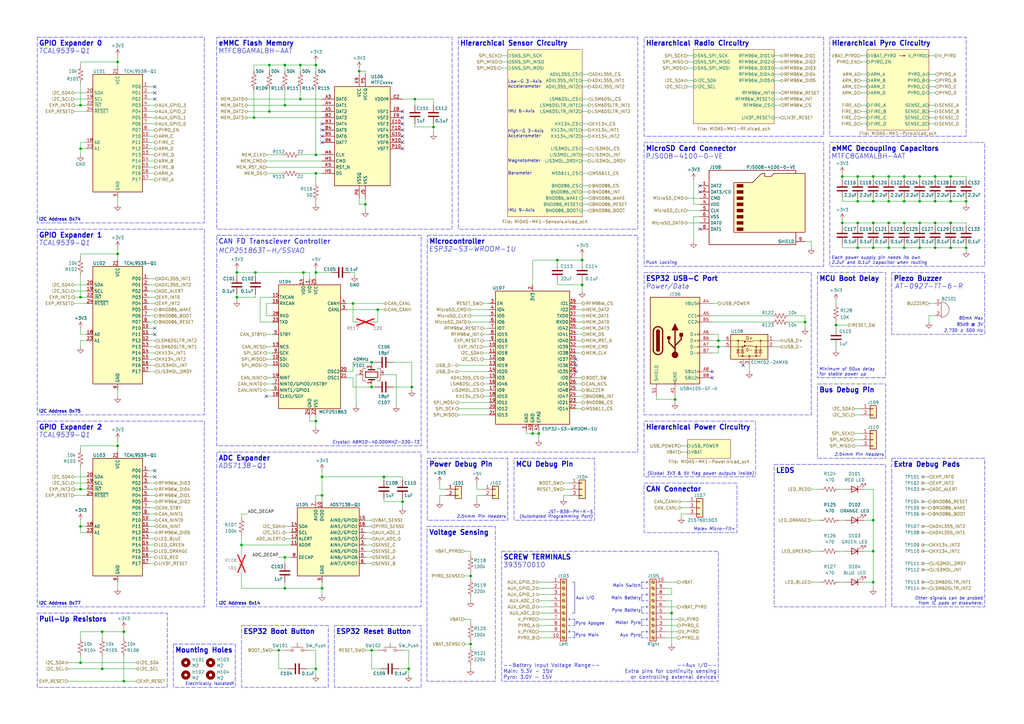
<source format=kicad_sch>
(kicad_sch (version 20230121) (generator eeschema)
  (paper "A3")
  (title_block (title "MIDAS MK1") (date "2023-11-10") (rev "A") (company "Illinois Space Society") (comment 3 "Peter Giannetos") (comment 4 "Contributors: Thomas McManamen, Theodore Ng, Quinn Athas, Jacob Johnson, Jason Yan, "))
  (lib_symbols
    (symbol "ADC_Texas:ADS7138-Q1"
      (property "Reference" "U" (at -12.065 14.605 0))
      (property "Value" "ADS7138-Q1" (at 6.985 14.605 0))
      (symbol "ADS7138-Q1_0_0"
        (pin unspecified line (at 15.24 2.54 180) (length 2.54) (name "ANI2/GPIO2") (number "1"))
        (pin unspecified line (at -2.54 15.24 270) (length 2.54) (name "DVDD") (number "10"))
        (pin unspecified line (at -15.24 -2.54 0) (length 2.54) (name "ADDR") (number "11"))
        (pin unspecified line (at -15.24 0 0) (length 2.54) (name "ALERT") (number "12"))
        (pin unspecified line (at -15.24 2.54 0) (length 2.54) (name "SCL") (number "13"))
        (pin unspecified line (at -15.24 5.08 0) (length 2.54) (name "SDA") (number "14"))
        (pin unspecified line (at 15.24 7.62 180) (length 2.54) (name "AIN0/GPIO0") (number "15"))
        (pin unspecified line (at 15.24 5.08 180) (length 2.54) (name "AIN1/GPIO1") (number "16"))
        (pin unspecified line (at 15.24 0 180) (length 2.54) (name "AIN3/GPIO3") (number "2"))
        (pin unspecified line (at 15.24 -2.54 180) (length 2.54) (name "AIN4/GPIO4") (number "3"))
        (pin unspecified line (at 15.24 -5.08 180) (length 2.54) (name "AIN5/GPIO5") (number "4"))
        (pin unspecified line (at 15.24 -7.62 180) (length 2.54) (name "AIN6/GPIO6") (number "5"))
        (pin unspecified line (at 15.24 -10.16 180) (length 2.54) (name "AIN7/GPIO7") (number "6"))
        (pin unspecified line (at -5.08 15.24 270) (length 2.54) (name "AVDD") (number "7"))
        (pin unspecified line (at -15.24 -7.62 0) (length 2.54) (name "DECAP") (number "8"))
        (pin unspecified line (at -2.54 -17.78 90) (length 2.54) (name "GND") (number "9"))
      )
      (symbol "ADS7138-Q1_1_0"
        (pin unspecified line (at -2.54 -17.78 90) (length 2.54) hide (name "EPAD") (number "17"))
      )
    )
    (symbol "Connector:Screw_Terminal_01x10" (pin_names (offset 1.016) hide)
      (property "Reference" "J" (at 0 12.7 0))
      (property "Value" "Screw_Terminal_01x10" (at 0 -15.24 0))
      (symbol "Screw_Terminal_01x10_1_1"
        (pin passive line (at -5.08 10.16 0) (length 3.81) (name "Pin_1") (number "1"))
        (pin passive line (at -5.08 -12.7 0) (length 3.81) (name "Pin_10") (number "10"))
        (pin passive line (at -5.08 7.62 0) (length 3.81) (name "Pin_2") (number "2"))
        (pin passive line (at -5.08 5.08 0) (length 3.81) (name "Pin_3") (number "3"))
        (pin passive line (at -5.08 2.54 0) (length 3.81) (name "Pin_4") (number "4"))
        (pin passive line (at -5.08 0 0) (length 3.81) (name "Pin_5") (number "5"))
        (pin passive line (at -5.08 -2.54 0) (length 3.81) (name "Pin_6") (number "6"))
        (pin passive line (at -5.08 -5.08 0) (length 3.81) (name "Pin_7") (number "7"))
        (pin passive line (at -5.08 -7.62 0) (length 3.81) (name "Pin_8") (number "8"))
        (pin passive line (at -5.08 -10.16 0) (length 3.81) (name "Pin_9") (number "9"))
      )
    )
    (symbol "Connector:TestPoint_Small" (pin_numbers hide) (pin_names (offset 0.762) hide)
      (property "Reference" "TP" (at 0 3.81 0))
      (property "Value" "TestPoint_Small" (at 0 2.032 0))
      (symbol "TestPoint_Small_1_1"
        (pin passive line (at 0 0 90) (length 0) (name "1") (number "1"))
      )
    )
    (symbol "Connector:USB_C_Receptacle_USB2.0" (pin_names (offset 1.016))
      (property "Reference" "J101" (at 0 22.86 0))
      (property "Value" "USB4105-GF-A" (at 0 20.32 0))
      (symbol "USB_C_Receptacle_USB2.0_1_1"
        (pin passive line (at 0 -22.86 90) (length 5.08) (name "GND") (number "A1"))
        (pin passive line (at 0 -22.86 90) (length 5.08) hide (name "GND") (number "A12"))
        (pin passive line (at 15.24 15.24 180) (length 5.08) (name "VBUS") (number "A4"))
        (pin bidirectional line (at 15.24 10.16 180) (length 5.08) (name "CC1") (number "A5"))
        (pin bidirectional line (at 15.24 2.54 180) (length 5.08) (name "D+") (number "A6"))
        (pin bidirectional line (at 15.24 -2.54 180) (length 5.08) (name "D-") (number "A7"))
        (pin bidirectional line (at 15.24 -12.7 180) (length 5.08) (name "SBU1") (number "A8"))
        (pin passive line (at 15.24 15.24 180) (length 5.08) hide (name "VBUS") (number "A9"))
        (pin passive line (at 0 -22.86 90) (length 5.08) hide (name "GND") (number "B1"))
        (pin passive line (at 0 -22.86 90) (length 5.08) hide (name "GND") (number "B12"))
        (pin passive line (at 15.24 15.24 180) (length 5.08) hide (name "VBUS") (number "B4"))
        (pin bidirectional line (at 15.24 7.62 180) (length 5.08) (name "CC2") (number "B5"))
        (pin bidirectional line (at 15.24 0 180) (length 5.08) (name "D+") (number "B6"))
        (pin bidirectional line (at 15.24 -5.08 180) (length 5.08) (name "D-") (number "B7"))
        (pin bidirectional line (at 15.24 -15.24 180) (length 5.08) (name "SBU2") (number "B8"))
        (pin passive line (at 15.24 15.24 180) (length 5.08) hide (name "VBUS") (number "B9"))
        (pin passive line (at -7.62 -22.86 90) (length 5.08) (name "SHIELD") (number "S1"))
      )
    )
    (symbol "Connector_Generic:Conn_01x02" (pin_names (offset 1.016) hide)
      (property "Reference" "J" (at 0 2.54 0))
      (property "Value" "Conn_01x02" (at 0 -5.08 0))
      (symbol "Conn_01x02_1_1"
        (pin passive line (at -5.08 0 0) (length 3.81) (name "Pin_1") (number "1"))
        (pin passive line (at -5.08 -2.54 0) (length 3.81) (name "Pin_2") (number "2"))
      )
    )
    (symbol "Connector_Generic:Conn_01x03" (pin_names (offset 1.016) hide)
      (property "Reference" "J" (at 0 5.08 0))
      (property "Value" "Conn_01x03" (at 0 -5.08 0))
      (symbol "Conn_01x03_1_1"
        (pin passive line (at -5.08 2.54 0) (length 3.81) (name "Pin_1") (number "1"))
        (pin passive line (at -5.08 0 0) (length 3.81) (name "Pin_2") (number "2"))
        (pin passive line (at -5.08 -2.54 0) (length 3.81) (name "Pin_3") (number "3"))
      )
    )
    (symbol "Connector_Yamaichi:PJS008-4100-0-VE"
      (property "Reference" "J" (at -19.05 16.51 0))
      (property "Value" "PJS008-4100-0-VE" (at -3.175 16.51 0))
      (symbol "PJS008-4100-0-VE_1_1"
        (pin bidirectional line (at -22.86 7.62 0) (length 3.81) (name "DAT2") (number "1"))
        (pin bidirectional line (at -22.86 5.08 0) (length 3.81) (name "DAT3/CD") (number "2"))
        (pin input line (at -22.86 2.54 0) (length 3.81) (name "CMD") (number "3"))
        (pin power_in line (at -22.86 0 0) (length 3.81) (name "VDD") (number "4"))
        (pin input line (at -22.86 -2.54 0) (length 3.81) (name "CLK") (number "5"))
        (pin power_in line (at -22.86 -5.08 0) (length 3.81) (name "VSS") (number "6"))
        (pin bidirectional line (at -22.86 -7.62 0) (length 3.81) (name "DAT0") (number "7"))
        (pin bidirectional line (at -22.86 -10.16 0) (length 3.81) (name "DAT1") (number "8"))
        (pin passive line (at 20.32 -15.24 180) (length 3.81) (name "SHIELD") (number "9"))
      )
    )
    (symbol "Device:Buzzer" (pin_names (offset 0.0254) hide)
      (property "Reference" "BZ" (at 3.81 1.27 0))
      (property "Value" "Buzzer" (at 3.81 -1.27 0))
      (symbol "Buzzer_1_1"
        (pin passive line (at -2.54 2.54 0) (length 2.54) (name "-") (number "1"))
        (pin passive line (at -2.54 -2.54 0) (length 2.54) (name "+") (number "2"))
      )
    )
    (symbol "Device:C" (pin_numbers hide) (pin_names (offset 0.254))
      (property "Reference" "C" (at 0.635 2.54 0))
      (property "Value" "C" (at 0.635 -2.54 0))
      (symbol "C_1_1"
        (pin passive line (at 0 3.81 270) (length 2.794) (name "~") (number "1"))
        (pin passive line (at 0 -3.81 90) (length 2.794) (name "~") (number "2"))
      )
    )
    (symbol "Device:Crystal_GND24" (pin_names (offset 1.016) hide)
      (property "Reference" "Y" (at 3.175 5.08 0))
      (property "Value" "Crystal_GND24" (at 3.175 3.175 0))
      (symbol "Crystal_GND24_1_1"
        (pin passive line (at -3.81 0 0) (length 1.27) (name "1") (number "1"))
        (pin passive line (at 0 5.08 270) (length 1.27) (name "2") (number "2"))
        (pin passive line (at 3.81 0 180) (length 1.27) (name "3") (number "3"))
        (pin passive line (at 0 -5.08 90) (length 1.27) (name "4") (number "4"))
      )
    )
    (symbol "Device:LED" (pin_numbers hide) (pin_names (offset 1.016) hide)
      (property "Reference" "D" (at 0 2.54 0))
      (property "Value" "LED" (at 0 -2.54 0))
      (symbol "LED_1_1"
        (pin passive line (at -3.81 0 0) (length 2.54) (name "K") (number "1"))
        (pin passive line (at 3.81 0 180) (length 2.54) (name "A") (number "2"))
      )
    )
    (symbol "Device:R_US" (pin_numbers hide) (pin_names (offset 0))
      (property "Reference" "R" (at 2.54 0 90))
      (property "Value" "R_US" (at -2.54 0 90))
      (symbol "R_US_1_1"
        (pin passive line (at 0 3.81 270) (length 1.27) (name "~") (number "1"))
        (pin passive line (at 0 -3.81 90) (length 1.27) (name "~") (number "2"))
      )
    )
    (symbol "ESP32-S3-WROOM-1U_1"
      (property "Reference" "U" (at -14.605 29.21 0))
      (property "Value" "ESP32-S3-WROOM-1U" (at 13.97 29.21 0))
      (symbol "ESP32-S3-WROOM-1U_1_1_1"
        (pin power_in line (at -2.54 -29.21 90) (length 2.54) (name "GND") (number "1"))
        (pin bidirectional line (at -17.78 5.08 0) (length 2.54) (name "IO17") (number "10"))
        (pin bidirectional line (at -17.78 2.54 0) (length 2.54) (name "IO18") (number "11"))
        (pin bidirectional line (at -17.78 0 0) (length 2.54) (name "IO8") (number "12"))
        (pin bidirectional line (at -17.78 -2.54 0) (length 2.54) (name "IO19") (number "13"))
        (pin bidirectional line (at -17.78 -5.08 0) (length 2.54) (name "IO20") (number "14"))
        (pin bidirectional line (at -17.78 -7.62 0) (length 2.54) (name "IO3") (number "15"))
        (pin bidirectional line (at -17.78 -10.16 0) (length 2.54) (name "IO46") (number "16"))
        (pin bidirectional line (at -17.78 -12.7 0) (length 2.54) (name "IO9") (number "17"))
        (pin bidirectional line (at -17.78 -15.24 0) (length 2.54) (name "IO10") (number "18"))
        (pin bidirectional line (at -17.78 -17.78 0) (length 2.54) (name "IO11") (number "19"))
        (pin power_in line (at 0 30.48 270) (length 2.54) (name "3V3") (number "2"))
        (pin bidirectional line (at -17.78 -20.32 0) (length 2.54) (name "IO12") (number "20"))
        (pin bidirectional line (at -17.78 -22.86 0) (length 2.54) (name "IO13") (number "21"))
        (pin bidirectional line (at 17.78 -20.32 180) (length 2.54) (name "IO14") (number "22"))
        (pin bidirectional line (at 17.78 -17.78 180) (length 2.54) (name "IO21") (number "23"))
        (pin bidirectional line (at 17.78 -15.24 180) (length 2.54) (name "IO47") (number "24"))
        (pin bidirectional line (at 17.78 -12.7 180) (length 2.54) (name "IO48") (number "25"))
        (pin bidirectional line (at 17.78 -10.16 180) (length 2.54) (name "IO45") (number "26"))
        (pin bidirectional line (at 17.78 -7.62 180) (length 2.54) (name "IO0") (number "27"))
        (pin bidirectional line (at 17.78 -5.08 180) (length 2.54) (name "IO35") (number "28"))
        (pin bidirectional line (at 17.78 -2.54 180) (length 2.54) (name "IO36") (number "29"))
        (pin input line (at -17.78 22.86 0) (length 2.54) (name "EN") (number "3"))
        (pin bidirectional line (at 17.78 0 180) (length 2.54) (name "IO37") (number "30"))
        (pin bidirectional line (at 17.78 2.54 180) (length 2.54) (name "IO38") (number "31"))
        (pin bidirectional line (at 17.78 5.08 180) (length 2.54) (name "IO39") (number "32"))
        (pin bidirectional line (at 17.78 7.62 180) (length 2.54) (name "IO40") (number "33"))
        (pin bidirectional line (at 17.78 10.16 180) (length 2.54) (name "IO41") (number "34"))
        (pin bidirectional line (at 17.78 12.7 180) (length 2.54) (name "IO42") (number "35"))
        (pin bidirectional line (at 17.78 15.24 180) (length 2.54) (name "RXD0") (number "36"))
        (pin bidirectional line (at 17.78 17.78 180) (length 2.54) (name "TXD0") (number "37"))
        (pin bidirectional line (at 17.78 20.32 180) (length 2.54) (name "IO2") (number "38"))
        (pin bidirectional line (at 17.78 22.86 180) (length 2.54) (name "IO1") (number "39"))
        (pin bidirectional line (at -17.78 20.32 0) (length 2.54) (name "IO4") (number "4"))
        (pin power_in line (at 0 -29.21 90) (length 2.54) (name "GND") (number "40"))
        (pin power_out line (at 2.54 -29.21 90) (length 2.54) (name "EPAD") (number "41"))
        (pin bidirectional line (at -17.78 17.78 0) (length 2.54) (name "IO5") (number "5"))
        (pin bidirectional line (at -17.78 15.24 0) (length 2.54) (name "IO6") (number "6"))
        (pin bidirectional line (at -17.78 12.7 0) (length 2.54) (name "IO7") (number "7"))
        (pin bidirectional line (at -17.78 10.16 0) (length 2.54) (name "IO15") (number "8"))
        (pin bidirectional line (at -17.78 7.62 0) (length 2.54) (name "IO16") (number "9"))
      )
    )
    (symbol "Expander_Texas:TCAL9539-Q1"
      (property "Reference" "U" (at -12.065 24.765 0))
      (property "Value" "TCAL9539-Q1" (at 10.16 24.765 0))
      (symbol "TCAL9539-Q1_0_0"
        (pin bidirectional line (at 12.7 17.78 180) (length 2.54) (name "P00") (number "1"))
        (pin bidirectional line (at 12.7 -2.54 180) (length 2.54) (name "P10") (number "10"))
        (pin bidirectional line (at 12.7 -5.08 180) (length 2.54) (name "P11") (number "11"))
        (pin bidirectional line (at 12.7 -7.62 180) (length 2.54) (name "P12") (number "12"))
        (pin bidirectional line (at 12.7 -10.16 180) (length 2.54) (name "P13") (number "13"))
        (pin bidirectional line (at 12.7 -12.7 180) (length 2.54) (name "P14") (number "14"))
        (pin bidirectional line (at 12.7 -15.24 180) (length 2.54) (name "P15") (number "15"))
        (pin bidirectional line (at 12.7 -17.78 180) (length 2.54) (name "P16") (number "16"))
        (pin bidirectional line (at 12.7 -20.32 180) (length 2.54) (name "P17") (number "17"))
        (pin input line (at -12.7 -5.08 0) (length 2.54) (name "A0") (number "18"))
        (pin input line (at -12.7 12.7 0) (length 2.54) (name "SCL") (number "19"))
        (pin bidirectional line (at 12.7 15.24 180) (length 2.54) (name "P01") (number "2"))
        (pin bidirectional line (at -12.7 15.24 0) (length 2.54) (name "SDA") (number "20"))
        (pin power_in line (at 0 25.4 270) (length 2.54) (name "VCC") (number "21"))
        (pin output line (at -12.7 10.16 0) (length 2.54) (name "~{INT}") (number "22"))
        (pin input line (at -12.7 -7.62 0) (length 2.54) (name "A1") (number "23"))
        (pin input line (at -12.7 7.62 0) (length 2.54) (name "~{RESET}") (number "24"))
        (pin bidirectional line (at 12.7 12.7 180) (length 2.54) (name "P02") (number "3"))
        (pin input line (at 12.7 10.16 180) (length 2.54) (name "P03") (number "4"))
        (pin bidirectional line (at 12.7 7.62 180) (length 2.54) (name "P04") (number "5"))
        (pin bidirectional line (at 12.7 5.08 180) (length 2.54) (name "P05") (number "6"))
        (pin bidirectional line (at 12.7 2.54 180) (length 2.54) (name "P06") (number "7"))
        (pin bidirectional line (at 12.7 0 180) (length 2.54) (name "P07") (number "8"))
        (pin power_in line (at 0 -27.94 90) (length 2.54) (name "GND") (number "9"))
      )
      (symbol "TCAL9539-Q1_1_0"
        (pin power_in line (at 0 -27.94 90) (length 2.54) hide (name "GND") (number "25"))
      )
    )
    (symbol "GND_8" (power) (pin_names (offset 0))
      (property "Value" "GND_8" (at 0 -3.81 0))
      (symbol "GND_8_1_1"
        (pin power_in line (at 0 0 270) (length 0) hide (name "GND") (number "1"))
      )
    )
    (symbol "Graphic:SYM_Arrow_Tiny" (in_bom no) (on_board no))
    (symbol "Interface_CAN_Microchip:MCP251863" (pin_names (offset 0.254))
      (property "Reference" "U" (at -12.065 27.305 0))
      (property "Value" "MCP251863" (at 10.16 -27.305 0))
      (symbol "MCP251863_0_1"
        (pin power_in line (at 0 27.94 270) (length 2.54) (name "VIO") (number "1"))
        (pin input line (at -15.24 -5.08 0) (length 2.54) (name "SDI") (number "10"))
        (pin output line (at -15.24 -7.62 0) (length 2.54) (name "SDO") (number "11"))
        (pin input line (at -15.24 0 0) (length 2.54) (name "NCS") (number "13"))
        (pin power_in line (at -2.54 27.94 270) (length 2.54) (name "VDD") (number "14"))
        (pin output line (at -15.24 20.32 0) (length 2.54) (name "TXCAN") (number "15"))
        (pin input line (at -15.24 17.78 0) (length 2.54) (name "RXCAN") (number "16"))
        (pin output line (at -15.24 -20.32 0) (length 2.54) (name "CLKO/SOF") (number "18"))
        (pin output line (at -15.24 -12.7 0) (length 2.54) (name "NINT") (number "19"))
        (pin output line (at 15.24 -10.16 180) (length 2.54) (name "OSC2") (number "20"))
        (pin input line (at 15.24 -12.7 180) (length 2.54) (name "OSC1") (number "21"))
        (pin power_in line (at 2.54 -27.94 90) (length 2.54) (name "VSS") (number "22"))
        (pin input line (at -15.24 10.16 0) (length 2.54) (name "TXD") (number "23"))
        (pin power_in line (at 0 -27.94 90) (length 2.54) (name "GND") (number "24"))
        (pin power_in line (at 2.54 27.94 270) (length 2.54) (name "VCC") (number "25"))
        (pin output line (at -15.24 12.7 0) (length 2.54) (name "RXD") (number "28"))
        (pin bidirectional line (at 15.24 15.24 180) (length 2.54) (name "CANL") (number "3"))
        (pin bidirectional line (at 15.24 17.78 180) (length 2.54) (name "CANH") (number "4"))
        (pin input line (at -15.24 5.08 0) (length 2.54) (name "STBY") (number "5"))
        (pin bidirectional line (at -15.24 -17.78 0) (length 2.54) (name "NINT1/GPIO1") (number "6"))
        (pin bidirectional line (at -15.24 -15.24 0) (length 2.54) (name "NINT0/GPIO0/XSTBY") (number "7"))
        (pin input line (at -15.24 -2.54 0) (length 2.54) (name "SCK") (number "9"))
      )
      (symbol "MCP251863_1_1"
        (pin no_connect line (at 15.24 -22.86 180) (length 2.54) hide (name "NC") (number "12"))
        (pin no_connect line (at 15.24 -22.86 180) (length 2.54) hide (name "NC") (number "17"))
        (pin no_connect line (at 15.24 -22.86 180) (length 2.54) hide (name "NC") (number "2"))
        (pin no_connect line (at 15.24 -22.86 180) (length 2.54) hide (name "NC") (number "26"))
        (pin no_connect line (at 15.24 -22.86 180) (length 2.54) hide (name "NC") (number "27"))
        (pin no_connect line (at 15.24 -22.86 180) (length 2.54) hide (name "NC") (number "8"))
      )
    )
    (symbol "Mechanical:MountingHole" (pin_names (offset 1.016))
      (property "Reference" "H" (at 0 5.08 0))
      (property "Value" "MountingHole" (at 0 3.175 0))
    )
    (symbol "Memory_eMMC_Micron:MTFCxxxx"
      (property "Reference" "U" (at -12.7 22.86 0))
      (property "Value" "MTFCxxxx" (at 2.54 22.86 0))
      (symbol "MTFCxxxx_1_1"
        (pin no_connect line (at 15.24 -10.16 180) (length 5.08) hide (name "NC_1") (number "A1"))
        (pin no_connect line (at 15.24 -10.16 180) (length 5.08) hide (name "NC_5") (number "A10"))
        (pin no_connect line (at 15.24 -10.16 180) (length 5.08) hide (name "NC_6") (number "A11"))
        (pin no_connect line (at 15.24 -10.16 180) (length 5.08) hide (name "NC_7") (number "A12"))
        (pin no_connect line (at 15.24 -10.16 180) (length 5.08) hide (name "NC_8") (number "A13"))
        (pin no_connect line (at 15.24 -10.16 180) (length 5.08) hide (name "NC_9") (number "A14"))
        (pin no_connect line (at 15.24 -10.16 180) (length 5.08) hide (name "NC_2") (number "A2"))
        (pin bidirectional line (at -17.78 15.24 0) (length 5.08) (name "DAT0") (number "A3"))
        (pin bidirectional line (at -17.78 12.7 0) (length 5.08) (name "DAT1") (number "A4"))
        (pin bidirectional line (at -17.78 10.16 0) (length 5.08) (name "DAT2") (number "A5"))
        (pin power_in line (at 0 -25.4 90) (length 5.08) hide (name "VSS") (number "A6"))
        (pin no_connect line (at 15.24 -12.7 180) (length 5.08) hide (name "RFU_1") (number "A7"))
        (pin no_connect line (at 15.24 -10.16 180) (length 5.08) hide (name "NC_3") (number "A8"))
        (pin no_connect line (at 15.24 -10.16 180) (length 5.08) hide (name "NC_4") (number "A9"))
        (pin no_connect line (at 15.24 -10.16 180) (length 5.08) hide (name "NC_10") (number "B1"))
        (pin no_connect line (at 15.24 -10.16 180) (length 5.08) hide (name "NC_14") (number "B10"))
        (pin no_connect line (at 15.24 -10.16 180) (length 5.08) hide (name "NC_15") (number "B11"))
        (pin no_connect line (at 15.24 -10.16 180) (length 5.08) hide (name "NC_16") (number "B12"))
        (pin no_connect line (at 15.24 -10.16 180) (length 5.08) hide (name "NC_17") (number "B13"))
        (pin no_connect line (at 15.24 -10.16 180) (length 5.08) hide (name "NC_18") (number "B14"))
        (pin bidirectional line (at -17.78 7.62 0) (length 5.08) (name "DAT3") (number "B2"))
        (pin bidirectional line (at -17.78 5.08 0) (length 5.08) (name "DAT4") (number "B3"))
        (pin bidirectional line (at -17.78 2.54 0) (length 5.08) (name "DAT5") (number "B4"))
        (pin bidirectional line (at -17.78 0 0) (length 5.08) (name "DAT6") (number "B5"))
        (pin bidirectional line (at -17.78 -2.54 0) (length 5.08) (name "DAT7") (number "B6"))
        (pin no_connect line (at 15.24 -10.16 180) (length 5.08) hide (name "NC_11") (number "B7"))
        (pin no_connect line (at 15.24 -10.16 180) (length 5.08) hide (name "NC_12") (number "B8"))
        (pin no_connect line (at 15.24 -10.16 180) (length 5.08) hide (name "NC_13") (number "B9"))
        (pin no_connect line (at 15.24 -10.16 180) (length 5.08) hide (name "NC_19") (number "C1"))
        (pin no_connect line (at 15.24 -10.16 180) (length 5.08) hide (name "NC_25") (number "C10"))
        (pin no_connect line (at 15.24 -10.16 180) (length 5.08) hide (name "NC_26") (number "C11"))
        (pin no_connect line (at 15.24 -10.16 180) (length 5.08) hide (name "NC_27") (number "C12"))
        (pin no_connect line (at 15.24 -10.16 180) (length 5.08) hide (name "NC_28") (number "C13"))
        (pin no_connect line (at 15.24 -10.16 180) (length 5.08) hide (name "NC_29") (number "C14"))
        (pin power_in line (at 15.24 15.24 180) (length 5.08) (name "VDDIM") (number "C2"))
        (pin no_connect line (at 15.24 -10.16 180) (length 5.08) hide (name "NC_20") (number "C3"))
        (pin power_in line (at -2.54 -25.4 90) (length 5.08) hide (name "VSSQ") (number "C4"))
        (pin no_connect line (at 15.24 -10.16 180) (length 5.08) hide (name "NC_21") (number "C5"))
        (pin power_in line (at 0 25.4 270) (length 5.08) hide (name "VCCQ") (number "C6"))
        (pin no_connect line (at 15.24 -10.16 180) (length 5.08) hide (name "NC_22") (number "C7"))
        (pin no_connect line (at 15.24 -10.16 180) (length 5.08) hide (name "NC_23") (number "C8"))
        (pin no_connect line (at 15.24 -10.16 180) (length 5.08) hide (name "NC_24") (number "C9"))
        (pin no_connect line (at 15.24 -10.16 180) (length 5.08) hide (name "NC_30") (number "D1"))
        (pin no_connect line (at 15.24 -10.16 180) (length 5.08) hide (name "NC_34") (number "D12"))
        (pin no_connect line (at 15.24 -10.16 180) (length 5.08) hide (name "NC_35") (number "D13"))
        (pin no_connect line (at 15.24 -10.16 180) (length 5.08) hide (name "NC_36") (number "D14"))
        (pin no_connect line (at 15.24 -10.16 180) (length 5.08) hide (name "NC_31") (number "D2"))
        (pin no_connect line (at 15.24 -10.16 180) (length 5.08) hide (name "NC_32") (number "D3"))
        (pin no_connect line (at 15.24 -10.16 180) (length 5.08) hide (name "NC_33") (number "D4"))
        (pin no_connect line (at 15.24 -10.16 180) (length 5.08) hide (name "NC_37") (number "E1"))
        (pin bidirectional line (at 15.24 5.08 180) (length 5.08) (name "VSF3") (number "E10"))
        (pin no_connect line (at 15.24 -10.16 180) (length 5.08) hide (name "NC_40") (number "E12"))
        (pin no_connect line (at 15.24 -10.16 180) (length 5.08) hide (name "NC_41") (number "E13"))
        (pin no_connect line (at 15.24 -10.16 180) (length 5.08) hide (name "NC_42") (number "E14"))
        (pin no_connect line (at 15.24 -10.16 180) (length 5.08) hide (name "NC_38") (number "E2"))
        (pin no_connect line (at 15.24 -10.16 180) (length 5.08) hide (name "NC_39") (number "E3"))
        (pin no_connect line (at 15.24 -12.7 180) (length 5.08) hide (name "RFU_2") (number "E5"))
        (pin power_in line (at -2.54 25.4 270) (length 5.08) hide (name "VCC") (number "E6"))
        (pin power_in line (at 0 -25.4 90) (length 5.08) hide (name "VSS") (number "E7"))
        (pin bidirectional line (at 15.24 10.16 180) (length 5.08) (name "VSF1") (number "E8"))
        (pin bidirectional line (at 15.24 7.62 180) (length 5.08) (name "VSF2") (number "E9"))
        (pin no_connect line (at 15.24 -10.16 180) (length 5.08) hide (name "NC_43") (number "F1"))
        (pin bidirectional line (at 15.24 2.54 180) (length 5.08) (name "VSF4") (number "F10"))
        (pin no_connect line (at 15.24 -10.16 180) (length 5.08) hide (name "NC_46") (number "F12"))
        (pin no_connect line (at 15.24 -10.16 180) (length 5.08) hide (name "NC_47") (number "F13"))
        (pin no_connect line (at 15.24 -10.16 180) (length 5.08) hide (name "NC_48") (number "F14"))
        (pin no_connect line (at 15.24 -10.16 180) (length 5.08) hide (name "NC_44") (number "F2"))
        (pin no_connect line (at 15.24 -10.16 180) (length 5.08) hide (name "NC_45") (number "F3"))
        (pin power_in line (at -2.54 25.4 270) (length 5.08) hide (name "VCC") (number "F5"))
        (pin no_connect line (at 15.24 -10.16 180) (length 5.08) hide (name "NC_49") (number "G1"))
        (pin bidirectional line (at 15.24 0 180) (length 5.08) (name "VSF5") (number "G10"))
        (pin no_connect line (at 15.24 -10.16 180) (length 5.08) hide (name "NC_52") (number "G12"))
        (pin no_connect line (at 15.24 -10.16 180) (length 5.08) hide (name "NC_53") (number "G13"))
        (pin no_connect line (at 15.24 -10.16 180) (length 5.08) hide (name "NC_54") (number "G14"))
        (pin no_connect line (at 15.24 -10.16 180) (length 5.08) hide (name "NC_50") (number "G2"))
        (pin no_connect line (at 15.24 -10.16 180) (length 5.08) hide (name "NC_51") (number "G3"))
        (pin power_in line (at 0 -25.4 90) (length 5.08) hide (name "VSS") (number "G5"))
        (pin no_connect line (at 15.24 -10.16 180) (length 5.08) hide (name "NC_55") (number "H1"))
        (pin power_in line (at 0 -25.4 90) (length 5.08) hide (name "VSS") (number "H10"))
        (pin no_connect line (at 15.24 -10.16 180) (length 5.08) hide (name "NC_58") (number "H12"))
        (pin no_connect line (at 15.24 -10.16 180) (length 5.08) hide (name "NC_59") (number "H13"))
        (pin no_connect line (at 15.24 -10.16 180) (length 5.08) hide (name "NC_60") (number "H14"))
        (pin no_connect line (at 15.24 -10.16 180) (length 5.08) hide (name "NC_56") (number "H2"))
        (pin no_connect line (at 15.24 -10.16 180) (length 5.08) hide (name "NC_57") (number "H3"))
        (pin output line (at -17.78 -15.24 0) (length 5.08) (name "DS") (number "H5"))
        (pin no_connect line (at 15.24 -10.16 180) (length 5.08) hide (name "NC_61") (number "J1"))
        (pin power_in line (at -2.54 25.4 270) (length 5.08) hide (name "VCC") (number "J10"))
        (pin no_connect line (at 15.24 -10.16 180) (length 5.08) hide (name "NC_64") (number "J12"))
        (pin no_connect line (at 15.24 -10.16 180) (length 5.08) hide (name "NC_65") (number "J13"))
        (pin no_connect line (at 15.24 -10.16 180) (length 5.08) hide (name "NC_66") (number "J14"))
        (pin no_connect line (at 15.24 -10.16 180) (length 5.08) hide (name "NC_62") (number "J2"))
        (pin no_connect line (at 15.24 -10.16 180) (length 5.08) hide (name "NC_63") (number "J3"))
        (pin power_in line (at 0 -25.4 90) (length 5.08) (name "VSS") (number "J5"))
        (pin no_connect line (at 15.24 -10.16 180) (length 5.08) hide (name "NC_67") (number "K1"))
        (pin bidirectional line (at 15.24 -2.54 180) (length 5.08) (name "VSF6") (number "K10"))
        (pin no_connect line (at 15.24 -10.16 180) (length 5.08) hide (name "NC_70") (number "K12"))
        (pin no_connect line (at 15.24 -10.16 180) (length 5.08) hide (name "NC_71") (number "K13"))
        (pin no_connect line (at 15.24 -10.16 180) (length 5.08) hide (name "NC_72") (number "K14"))
        (pin no_connect line (at 15.24 -10.16 180) (length 5.08) hide (name "NC_68") (number "K2"))
        (pin no_connect line (at 15.24 -10.16 180) (length 5.08) hide (name "NC_69") (number "K3"))
        (pin input line (at -17.78 -12.7 0) (length 5.08) (name "RST_N") (number "K5"))
        (pin no_connect line (at 15.24 -12.7 180) (length 5.08) hide (name "RFU_3") (number "K6"))
        (pin no_connect line (at 15.24 -12.7 180) (length 5.08) hide (name "RFU_4") (number "K7"))
        (pin power_in line (at -2.54 -25.4 90) (length 5.08) hide (name "VSS") (number "K8"))
        (pin power_in line (at -2.54 25.4 270) (length 5.08) (name "VCC") (number "K9"))
        (pin no_connect line (at 15.24 -10.16 180) (length 5.08) hide (name "NC_73") (number "L1"))
        (pin no_connect line (at 15.24 -10.16 180) (length 5.08) hide (name "NC_76") (number "L12"))
        (pin no_connect line (at 15.24 -10.16 180) (length 5.08) hide (name "NC_77") (number "L13"))
        (pin no_connect line (at 15.24 -10.16 180) (length 5.08) hide (name "NC_78") (number "L14"))
        (pin no_connect line (at 15.24 -10.16 180) (length 5.08) hide (name "NC_74") (number "L2"))
        (pin no_connect line (at 15.24 -10.16 180) (length 5.08) hide (name "NC_75") (number "L3"))
        (pin no_connect line (at 15.24 -10.16 180) (length 5.08) hide (name "NC_79") (number "M1"))
        (pin no_connect line (at 15.24 -10.16 180) (length 5.08) hide (name "NC_85") (number "M10"))
        (pin no_connect line (at 15.24 -10.16 180) (length 5.08) hide (name "NC_86") (number "M11"))
        (pin no_connect line (at 15.24 -10.16 180) (length 5.08) hide (name "NC_87") (number "M12"))
        (pin no_connect line (at 15.24 -10.16 180) (length 5.08) hide (name "NC_88") (number "M13"))
        (pin no_connect line (at 15.24 -10.16 180) (length 5.08) hide (name "NC_89") (number "M14"))
        (pin no_connect line (at 15.24 -10.16 180) (length 5.08) hide (name "NC_80") (number "M2"))
        (pin no_connect line (at 15.24 -10.16 180) (length 5.08) hide (name "NC_81") (number "M3"))
        (pin power_in line (at 0 25.4 270) (length 5.08) hide (name "VCCQ") (number "M4"))
        (pin bidirectional line (at -17.78 -10.16 0) (length 5.08) (name "CMD") (number "M5"))
        (pin input line (at -17.78 -7.62 0) (length 5.08) (name "CLK") (number "M6"))
        (pin no_connect line (at 15.24 -10.16 180) (length 5.08) hide (name "NC_82") (number "M7"))
        (pin no_connect line (at 15.24 -10.16 180) (length 5.08) hide (name "NC_83") (number "M8"))
        (pin no_connect line (at 15.24 -10.16 180) (length 5.08) hide (name "NC_84") (number "M9"))
        (pin no_connect line (at 15.24 -10.16 180) (length 5.08) hide (name "NC_90") (number "N1"))
        (pin no_connect line (at 15.24 -10.16 180) (length 5.08) hide (name "NC_96") (number "N10"))
        (pin no_connect line (at 15.24 -10.16 180) (length 5.08) hide (name "NC_97") (number "N11"))
        (pin no_connect line (at 15.24 -10.16 180) (length 5.08) hide (name "NC_98") (number "N12"))
        (pin no_connect line (at 15.24 -10.16 180) (length 5.08) hide (name "NC_99") (number "N13"))
        (pin no_connect line (at 15.24 -10.16 180) (length 5.08) hide (name "NC_100") (number "N14"))
        (pin power_in line (at -2.54 -25.4 90) (length 5.08) hide (name "VSSQ") (number "N2"))
        (pin no_connect line (at 15.24 -10.16 180) (length 5.08) hide (name "NC_91") (number "N3"))
        (pin power_in line (at 0 25.4 270) (length 5.08) hide (name "VCCQ") (number "N4"))
        (pin power_in line (at -2.54 -25.4 90) (length 5.08) hide (name "VSSQ") (number "N5"))
        (pin no_connect line (at 15.24 -10.16 180) (length 5.08) hide (name "NC_92") (number "N6"))
        (pin no_connect line (at 15.24 -10.16 180) (length 5.08) hide (name "NC_93") (number "N7"))
        (pin no_connect line (at 15.24 -10.16 180) (length 5.08) hide (name "NC_94") (number "N8"))
        (pin no_connect line (at 15.24 -10.16 180) (length 5.08) hide (name "NC_95") (number "N9"))
        (pin no_connect line (at 15.24 -10.16 180) (length 5.08) hide (name "NC_101") (number "P1"))
        (pin bidirectional line (at 15.24 -5.08 180) (length 5.08) (name "VSF7") (number "P10"))
        (pin no_connect line (at 15.24 -10.16 180) (length 5.08) hide (name "NC_106") (number "P11"))
        (pin no_connect line (at 15.24 -10.16 180) (length 5.08) hide (name "NC_107") (number "P12"))
        (pin no_connect line (at 15.24 -10.16 180) (length 5.08) hide (name "NC_108") (number "P13"))
        (pin no_connect line (at 15.24 -10.16 180) (length 5.08) hide (name "NC_109") (number "P14"))
        (pin no_connect line (at 15.24 -10.16 180) (length 5.08) hide (name "NC_102") (number "P2"))
        (pin power_in line (at 0 25.4 270) (length 5.08) hide (name "VCCQ") (number "P3"))
        (pin power_in line (at -2.54 -25.4 90) (length 5.08) hide (name "VSSQ") (number "P4"))
        (pin power_in line (at 0 25.4 270) (length 5.08) (name "VCCQ") (number "P5"))
        (pin power_in line (at -2.54 -25.4 90) (length 5.08) (name "VSSQ") (number "P6"))
        (pin no_connect line (at 15.24 -10.16 180) (length 5.08) hide (name "NC_103") (number "P7"))
        (pin no_connect line (at 15.24 -10.16 180) (length 5.08) hide (name "NC_104") (number "P8"))
        (pin no_connect line (at 15.24 -10.16 180) (length 5.08) hide (name "NC_105") (number "P9"))
      )
    )
    (symbol "Power_Protection:ECMF02-2AMX6" (pin_names (offset 0.0254) hide)
      (property "Reference" "U" (at 0 10.16 0))
      (property "Value" "ECMF02-2AMX6" (at 0 7.62 0))
      (symbol "ECMF02-2AMX6_0_1"
        (text "D+" (at 0 3.556 0) (effects (font (size 1.27 1.27))))
        (text "D-" (at 0 -1.27 0) (effects (font (size 1.27 1.27))))
      )
      (symbol "ECMF02-2AMX6_1_1"
        (pin passive line (at -10.16 2.54 0) (length 2.54) (name "D+_in") (number "1"))
        (pin passive line (at -10.16 0 0) (length 2.54) (name "D-_in") (number "2"))
        (pin power_in line (at 0 -7.62 90) (length 2.54) (name "GND") (number "3"))
        (pin free line (at 2.54 -7.62 90) (length 2.54) (name "NC") (number "4"))
        (pin passive line (at 10.16 0 180) (length 2.54) (name "D-_out") (number "5"))
        (pin passive line (at 10.16 2.54 180) (length 2.54) (name "D+_out") (number "6"))
      )
    )
    (symbol "Switch:SW_Push" (pin_numbers hide) (pin_names (offset 1.016) hide)
      (property "Reference" "SW" (at 1.27 2.54 0))
      (property "Value" "SW_Push" (at 0 -1.524 0))
      (symbol "SW_Push_0_1"
        (pin passive line (at -5.08 0 0) (length 2.54) (name "1") (number "1"))
        (pin passive line (at 5.08 0 180) (length 2.54) (name "2") (number "2"))
      )
    )
    (symbol "power:+3V3" (power) (pin_names (offset 0))
      (property "Value" "+3V3" (at 0 3.556 0))
      (symbol "+3V3_1_1"
        (pin power_in line (at 0 0 90) (length 0) hide (name "+3V3") (number "1"))
      )
    )
    (symbol "power:+5V" (power) (pin_names (offset 0))
      (property "Value" "+5V" (at 0 3.556 0))
      (symbol "+5V_1_1"
        (pin power_in line (at 0 0 90) (length 0) hide (name "+5V") (number "1"))
      )
    )
    (symbol "power:GND" (power) (pin_names (offset 0))
      (property "Value" "GND" (at 0 -3.81 0))
      (symbol "GND_1_1"
        (pin power_in line (at 0 0 270) (length 0) hide (name "GND") (number "1"))
      )
    )
  )
  (junction (at 193.04 236.22))
  (junction (at 351.79 101.6))
  (junction (at 48.26 25.4))
  (junction (at 228.6 106.68))
  (junction (at 124.46 111.76))
  (junction (at 50.8 259.08))
  (junction (at 396.24 101.6))
  (junction (at 132.08 241.3))
  (junction (at 364.49 101.6))
  (junction (at 144.78 124.46))
  (junction (at 358.14 101.6))
  (junction (at 370.84 82.55))
  (junction (at 238.76 116.84))
  (junction (at 129.54 71.12))
  (junction (at 48.26 104.14))
  (junction (at 129.54 26.67))
  (junction (at 351.79 82.55))
  (junction (at 358.14 72.39))
  (junction (at 345.44 91.44))
  (junction (at 383.54 101.6))
  (junction (at 170.18 40.64))
  (junction (at 50.8 279.4))
  (junction (at 116.84 241.3))
  (junction (at 123.19 26.67))
  (junction (at 377.19 82.55))
  (junction (at 104.775 111.76))
  (junction (at 370.84 101.6))
  (junction (at 104.14 48.26))
  (junction (at 165.1 205.74))
  (junction (at 123.19 40.64))
  (junction (at 114.3 266.7))
  (junction (at 294.64 139.7))
  (junction (at 358.14 213.36))
  (junction (at 41.91 259.08))
  (junction (at 41.91 274.32))
  (junction (at 110.49 45.72))
  (junction (at 370.84 72.39))
  (junction (at 358.14 91.44))
  (junction (at 132.08 203.2))
  (junction (at 351.79 91.44))
  (junction (at 377.19 72.39))
  (junction (at 99.06 223.52))
  (junction (at 152.4 266.7))
  (junction (at 220.98 177.8))
  (junction (at 129.54 172.72))
  (junction (at 389.89 82.55))
  (junction (at 364.49 72.39))
  (junction (at 396.24 82.55))
  (junction (at 193.04 264.16))
  (junction (at 116.84 26.67))
  (junction (at 129.54 111.76))
  (junction (at 33.02 121.92))
  (junction (at 116.84 228.6))
  (junction (at 364.49 82.55))
  (junction (at 149.86 83.82))
  (junction (at 383.54 91.44))
  (junction (at 377.19 91.44))
  (junction (at 389.89 91.44))
  (junction (at 342.9 133.35))
  (junction (at 276.86 163.83))
  (junction (at 370.84 91.44))
  (junction (at 33.02 215.9))
  (junction (at 377.19 101.6))
  (junction (at 177.8 52.07))
  (junction (at 33.02 271.78))
  (junction (at 218.44 177.8))
  (junction (at 383.54 72.39))
  (junction (at 345.44 72.39))
  (junction (at 129.54 63.5))
  (junction (at 383.54 82.55))
  (junction (at 33.02 43.18))
  (junction (at 351.79 72.39))
  (junction (at 168.91 158.75))
  (junction (at 358.14 226.06))
  (junction (at 389.89 72.39))
  (junction (at 275.463 251.46))
  (junction (at 97.155 121.92))
  (junction (at 110.49 26.67))
  (junction (at 157.48 195.58))
  (junction (at 358.14 82.55))
  (junction (at 147.32 29.21))
  (junction (at 33.02 60.96))
  (junction (at 152.4 148.59))
  (junction (at 116.84 43.18))
  (junction (at 154.94 127))
  (junction (at 330.2 132.08))
  (junction (at 33.02 200.66))
  (junction (at 294.64 142.24))
  (junction (at 358.14 238.76))
  (junction (at 389.89 101.6))
  (junction (at 97.155 111.76))
  (junction (at 152.4 158.75))
  (junction (at 364.49 91.44))
  (junction (at 167.64 274.32))
  (junction (at 129.54 274.32))
  (junction (at 238.76 106.68))
  (junction (at 48.26 182.88))
  (junction (at 132.08 195.58))
  (no_connect (at 63.5 195.58))
  (no_connect (at 63.5 38.1))
  (no_connect (at 165.1 60.96))
  (no_connect (at 287.02 93.98))
  (no_connect (at 236.22 149.86))
  (no_connect (at 63.5 35.56))
  (no_connect (at 132.08 58.42))
  (no_connect (at 165.1 53.34))
  (no_connect (at 304.8 149.86))
  (no_connect (at 165.1 50.8))
  (no_connect (at 63.5 193.04))
  (no_connect (at 165.1 48.26))
  (no_connect (at 132.08 50.8))
  (no_connect (at 132.08 53.34))
  (no_connect (at 63.5 134.62))
  (no_connect (at 292.1 154.94))
  (no_connect (at 109.22 162.56))
  (no_connect (at 236.22 147.32))
  (no_connect (at 287.02 76.2))
  (no_connect (at 63.5 137.16))
  (no_connect (at 292.1 152.4))
  (no_connect (at 165.1 58.42))
  (no_connect (at 165.1 45.72))
  (no_connect (at 287.02 78.74))
  (no_connect (at 63.5 40.64))
  (no_connect (at 132.08 55.88))
  (no_connect (at 165.1 55.88))
  (no_connect (at 236.22 152.4))
  (wire (pts (xy 292.1 139.7) (xy 294.64 139.7)))
  (wire (pts (xy 110.49 45.72) (xy 132.08 45.72)))
  (wire (pts (xy 129.54 26.67) (xy 123.19 26.67)))
  (wire (pts (xy 275.463 246.38) (xy 275.463 251.46)))
  (wire (pts (xy 146.05 153.67) (xy 146.05 166.37)))
  (wire (pts (xy 272.923 238.76) (xy 278.003 238.76)))
  (wire (pts (xy 60.96 63.5) (xy 63.5 63.5)))
  (wire (pts (xy 317.5 38.1) (xy 320.04 38.1)))
  (wire (pts (xy 190.5 264.16) (xy 193.04 264.16)))
  (polyline (pts (xy 234.696 251.46) (xy 235.712 251.46)))
  (wire (pts (xy 377.19 100.33) (xy 377.19 101.6)))
  (wire (pts (xy 116.84 228.6) (xy 116.84 231.14)))
  (wire (pts (xy 389.89 100.33) (xy 389.89 101.6)))
  (wire (pts (xy 48.26 238.76) (xy 48.26 241.3)))
  (wire (pts (xy 157.48 204.47) (xy 157.48 205.74)))
  (polyline (pts (xy 263.144 243.84) (xy 264.16 243.84)))
  (wire (pts (xy 344.17 200.66) (xy 346.71 200.66)))
  (wire (pts (xy 48.26 180.34) (xy 48.26 182.88)))
  (wire (pts (xy 198.12 134.62) (xy 200.66 134.62)))
  (wire (pts (xy 193.04 129.54) (xy 200.66 129.54)))
  (wire (pts (xy 187.96 149.86) (xy 200.66 149.86)))
  (wire (pts (xy 182.88 200.66) (xy 180.34 200.66)))
  (wire (pts (xy 342.9 133.35) (xy 342.9 134.62)))
  (wire (pts (xy 231.14 198.12) (xy 233.68 198.12)))
  (wire (pts (xy 127 111.76) (xy 127 114.3)))
  (wire (pts (xy 377.19 81.28) (xy 377.19 82.55)))
  (wire (pts (xy 127 170.18) (xy 127 172.72)))
  (polyline (pts (xy 235.712 251.46) (xy 235.712 238.76)))
  (wire (pts (xy 381 124.46) (xy 383.54 124.46)))
  (wire (pts (xy 317.5 25.4) (xy 320.04 25.4)))
  (wire (pts (xy 142.24 152.4) (xy 144.78 152.4)))
  (wire (pts (xy 378.46 205.74) (xy 381 205.74)))
  (wire (pts (xy 342.9 123.19) (xy 342.9 124.46)))
  (wire (pts (xy 147.32 83.82) (xy 149.86 83.82)))
  (wire (pts (xy 292.1 142.24) (xy 294.64 142.24)))
  (wire (pts (xy 35.56 58.42) (xy 33.02 58.42)))
  (wire (pts (xy 358.14 241.3) (xy 358.14 238.76)))
  (wire (pts (xy 332.74 99.06) (xy 332.74 101.6)))
  (wire (pts (xy 281.94 86.36) (xy 287.02 86.36)))
  (wire (pts (xy 383.54 82.55) (xy 389.89 82.55)))
  (wire (pts (xy 355.6 30.48) (xy 353.06 30.48)))
  (wire (pts (xy 383.54 100.33) (xy 383.54 101.6)))
  (wire (pts (xy 236.22 137.16) (xy 238.76 137.16)))
  (wire (pts (xy 358.14 101.6) (xy 364.49 101.6)))
  (wire (pts (xy 63.5 53.34) (xy 60.96 53.34)))
  (wire (pts (xy 63.5 195.58) (xy 60.96 195.58)))
  (wire (pts (xy 187.96 165.1) (xy 200.66 165.1)))
  (wire (pts (xy 152.4 213.36) (xy 149.86 213.36)))
  (wire (pts (xy 129.54 110.49) (xy 129.54 111.76)))
  (wire (pts (xy 220.98 254) (xy 226.06 254)))
  (wire (pts (xy 60.96 55.88) (xy 63.5 55.88)))
  (wire (pts (xy 345.44 72.39) (xy 345.44 73.66)))
  (wire (pts (xy 116.84 26.67) (xy 116.84 29.21)))
  (wire (pts (xy 238.76 53.34) (xy 241.3 53.34)))
  (wire (pts (xy 364.49 72.39) (xy 370.84 72.39)))
  (wire (pts (xy 350.52 177.8) (xy 353.06 177.8)))
  (wire (pts (xy 27.94 271.78) (xy 33.02 271.78)))
  (wire (pts (xy 218.44 177.8) (xy 215.9 177.8)))
  (wire (pts (xy 195.58 198.12) (xy 195.58 200.66)))
  (wire (pts (xy 323.85 132.08) (xy 330.2 132.08)))
  (wire (pts (xy 381 33.02) (xy 383.54 33.02)))
  (wire (pts (xy 198.12 137.16) (xy 200.66 137.16)))
  (wire (pts (xy 99.06 241.3) (xy 116.84 241.3)))
  (wire (pts (xy 198.12 142.24) (xy 200.66 142.24)))
  (wire (pts (xy 193.04 273.05) (xy 193.04 274.32)))
  (wire (pts (xy 228.6 115.57) (xy 228.6 116.84)))
  (wire (pts (xy 317.5 139.7) (xy 320.04 139.7)))
  (wire (pts (xy 220.98 177.8) (xy 218.44 177.8)))
  (wire (pts (xy 389.89 91.44) (xy 396.24 91.44)))
  (wire (pts (xy 33.02 104.14) (xy 33.02 105.41)))
  (wire (pts (xy 129.54 26.67) (xy 129.54 25.4)))
  (wire (pts (xy 355.6 48.26) (xy 353.06 48.26)))
  (wire (pts (xy 205.74 22.86) (xy 208.28 22.86)))
  (wire (pts (xy 281.94 25.4) (xy 284.48 25.4)))
  (wire (pts (xy 358.14 91.44) (xy 364.49 91.44)))
  (wire (pts (xy 383.54 101.6) (xy 389.89 101.6)))
  (wire (pts (xy 33.02 271.78) (xy 55.88 271.78)))
  (wire (pts (xy 354.33 238.76) (xy 358.14 238.76)))
  (wire (pts (xy 30.48 116.84) (xy 35.56 116.84)))
  (wire (pts (xy 383.54 45.72) (xy 381 45.72)))
  (wire (pts (xy 109.22 124.46) (xy 111.76 124.46)))
  (wire (pts (xy 116.84 215.9) (xy 119.38 215.9)))
  (wire (pts (xy 116.84 220.98) (xy 119.38 220.98)))
  (wire (pts (xy 104.14 26.67) (xy 104.14 29.21)))
  (wire (pts (xy 370.84 91.44) (xy 370.84 92.71)))
  (wire (pts (xy 358.14 213.36) (xy 354.33 213.36)))
  (polyline (pts (xy 264.16 256.54) (xy 263.144 256.54)))
  (wire (pts (xy 236.22 139.7) (xy 238.76 139.7)))
  (wire (pts (xy 276.86 162.56) (xy 276.86 163.83)))
  (wire (pts (xy 332.74 200.66) (xy 336.55 200.66)))
  (wire (pts (xy 195.58 203.2) (xy 198.12 203.2)))
  (wire (pts (xy 317.5 22.86) (xy 320.04 22.86)))
  (wire (pts (xy 396.24 82.55) (xy 396.24 83.82)))
  (wire (pts (xy 358.14 213.36) (xy 358.14 226.06)))
  (wire (pts (xy 33.02 218.44) (xy 35.56 218.44)))
  (wire (pts (xy 63.5 114.3) (xy 60.96 114.3)))
  (wire (pts (xy 190.5 236.22) (xy 193.04 236.22)))
  (wire (pts (xy 332.74 226.06) (xy 336.55 226.06)))
  (wire (pts (xy 48.26 104.14) (xy 48.26 106.68)))
  (wire (pts (xy 63.5 132.08) (xy 60.96 132.08)))
  (wire (pts (xy 195.58 205.74) (xy 195.58 203.2)))
  (wire (pts (xy 193.04 254) (xy 190.5 254)))
  (wire (pts (xy 33.02 121.92) (xy 35.56 121.92)))
  (wire (pts (xy 345.44 90.17) (xy 345.44 91.44)))
  (polyline (pts (xy 235.712 261.62) (xy 235.712 259.08)))
  (wire (pts (xy 152.4 218.44) (xy 149.86 218.44)))
  (wire (pts (xy 370.84 91.44) (xy 377.19 91.44)))
  (wire (pts (xy 383.54 91.44) (xy 389.89 91.44)))
  (wire (pts (xy 193.04 255.27) (xy 193.04 254)))
  (wire (pts (xy 364.49 81.28) (xy 364.49 82.55)))
  (wire (pts (xy 129.54 36.83) (xy 129.54 63.5)))
  (wire (pts (xy 144.78 132.08) (xy 146.05 132.08)))
  (wire (pts (xy 63.5 40.64) (xy 60.96 40.64)))
  (wire (pts (xy 60.96 223.52) (xy 63.5 223.52)))
  (wire (pts (xy 60.96 38.1) (xy 63.5 38.1)))
  (wire (pts (xy 396.24 91.44) (xy 396.24 92.71)))
  (wire (pts (xy 238.76 83.82) (xy 241.3 83.82)))
  (wire (pts (xy 104.14 48.26) (xy 132.08 48.26)))
  (wire (pts (xy 344.17 226.06) (xy 346.71 226.06)))
  (wire (pts (xy 383.54 50.8) (xy 381 50.8)))
  (wire (pts (xy 317.5 43.18) (xy 320.04 43.18)))
  (wire (pts (xy 284.48 88.9) (xy 284.48 99.06)))
  (wire (pts (xy 60.96 213.36) (xy 63.5 213.36)))
  (wire (pts (xy 154.94 127) (xy 154.94 132.08)))
  (wire (pts (xy 30.48 119.38) (xy 35.56 119.38)))
  (wire (pts (xy 377.19 72.39) (xy 377.19 73.66)))
  (wire (pts (xy 142.24 154.94) (xy 144.78 154.94)))
  (wire (pts (xy 190.5 226.06) (xy 193.04 226.06)))
  (wire (pts (xy 101.6 43.18) (xy 116.84 43.18)))
  (wire (pts (xy 358.14 82.55) (xy 364.49 82.55)))
  (wire (pts (xy 123.19 40.64) (xy 132.08 40.64)))
  (wire (pts (xy 33.02 60.96) (xy 33.02 63.5)))
  (wire (pts (xy 370.84 81.28) (xy 370.84 82.55)))
  (wire (pts (xy 383.54 48.26) (xy 381 48.26)))
  (wire (pts (xy 236.22 134.62) (xy 238.76 134.62)))
  (wire (pts (xy 152.4 215.9) (xy 149.86 215.9)))
  (wire (pts (xy 124.46 111.76) (xy 124.46 114.3)))
  (wire (pts (xy 149.86 266.7) (xy 152.4 266.7)))
  (wire (pts (xy 48.26 22.86) (xy 48.26 25.4)))
  (wire (pts (xy 152.4 226.06) (xy 149.86 226.06)))
  (wire (pts (xy 167.64 274.32) (xy 167.64 276.86)))
  (wire (pts (xy 101.6 40.64) (xy 123.19 40.64)))
  (wire (pts (xy 33.02 191.77) (xy 33.02 200.66)))
  (wire (pts (xy 152.4 220.98) (xy 149.86 220.98)))
  (wire (pts (xy 215.9 176.53) (xy 215.9 177.8)))
  (wire (pts (xy 170.18 40.64) (xy 165.1 40.64)))
  (wire (pts (xy 378.46 238.76) (xy 381 238.76)))
  (wire (pts (xy 238.76 55.88) (xy 241.3 55.88)))
  (wire (pts (xy 396.24 81.28) (xy 396.24 82.55)))
  (wire (pts (xy 345.44 101.6) (xy 351.79 101.6)))
  (wire (pts (xy 145.415 111.76) (xy 145.415 113.03)))
  (wire (pts (xy 294.64 137.16) (xy 294.64 139.7)))
  (wire (pts (xy 279.4 208.28) (xy 281.94 208.28)))
  (wire (pts (xy 157.48 153.67) (xy 162.56 153.67)))
  (wire (pts (xy 193.04 132.08) (xy 200.66 132.08)))
  (wire (pts (xy 60.96 215.9) (xy 63.5 215.9)))
  (wire (pts (xy 63.5 228.6) (xy 60.96 228.6)))
  (wire (pts (xy 149.86 83.82) (xy 149.86 86.36)))
  (wire (pts (xy 60.96 226.06) (xy 63.5 226.06)))
  (wire (pts (xy 109.22 160.02) (xy 111.76 160.02)))
  (wire (pts (xy 30.48 121.92) (xy 33.02 121.92)))
  (wire (pts (xy 60.96 210.82) (xy 63.5 210.82)))
  (wire (pts (xy 48.26 25.4) (xy 48.26 27.94)))
  (wire (pts (xy 275.463 243.84) (xy 275.463 241.3)))
  (wire (pts (xy 143.51 111.76) (xy 145.415 111.76)))
  (wire (pts (xy 60.96 144.78) (xy 63.5 144.78)))
  (polyline (pts (xy 263.144 248.92) (xy 264.16 248.92)))
  (wire (pts (xy 41.91 259.08) (xy 50.8 259.08)))
  (wire (pts (xy 345.44 91.44) (xy 351.79 91.44)))
  (polyline (pts (xy 263.144 241.3) (xy 263.144 238.76)))
  (wire (pts (xy 144.78 158.75) (xy 152.4 158.75)))
  (wire (pts (xy 281.94 22.86) (xy 284.48 22.86)))
  (wire (pts (xy 104.14 36.83) (xy 104.14 48.26)))
  (wire (pts (xy 123.19 36.83) (xy 123.19 40.64)))
  (wire (pts (xy 152.4 266.7) (xy 154.94 266.7)))
  (wire (pts (xy 33.02 137.16) (xy 35.56 137.16)))
  (wire (pts (xy 109.22 162.56) (xy 111.76 162.56)))
  (wire (pts (xy 358.14 100.33) (xy 358.14 101.6)))
  (polyline (pts (xy 235.712 259.08) (xy 234.696 259.08)))
  (wire (pts (xy 109.22 149.86) (xy 111.76 149.86)))
  (wire (pts (xy 364.49 72.39) (xy 364.49 73.66)))
  (wire (pts (xy 165.1 205.74) (xy 165.1 204.47)))
  (wire (pts (xy 378.46 223.52) (xy 381 223.52)))
  (wire (pts (xy 238.76 43.18) (xy 241.3 43.18)))
  (wire (pts (xy 370.84 72.39) (xy 370.84 73.66)))
  (wire (pts (xy 220.98 248.92) (xy 226.06 248.92)))
  (wire (pts (xy 157.48 205.74) (xy 165.1 205.74)))
  (wire (pts (xy 146.05 153.67) (xy 147.32 153.67)))
  (wire (pts (xy 238.76 45.72) (xy 241.3 45.72)))
  (wire (pts (xy 383.54 72.39) (xy 389.89 72.39)))
  (wire (pts (xy 279.4 210.82) (xy 279.4 212.09)))
  (wire (pts (xy 152.4 228.6) (xy 149.86 228.6)))
  (wire (pts (xy 116.84 241.3) (xy 132.08 241.3)))
  (wire (pts (xy 41.91 259.08) (xy 41.91 261.62)))
  (wire (pts (xy 351.79 100.33) (xy 351.79 101.6)))
  (wire (pts (xy 220.98 176.53) (xy 220.98 177.8)))
  (wire (pts (xy 220.98 261.62) (xy 226.06 261.62)))
  (wire (pts (xy 193.04 226.06) (xy 193.04 227.33)))
  (wire (pts (xy 355.6 43.18) (xy 353.06 43.18)))
  (wire (pts (xy 383.54 129.54) (xy 381 129.54)))
  (wire (pts (xy 220.98 256.54) (xy 226.06 256.54)))
  (polyline (pts (xy 263.144 256.54) (xy 263.144 254)))
  (wire (pts (xy 272.923 248.92) (xy 278.003 248.92)))
  (wire (pts (xy 110.49 26.67) (xy 116.84 26.67)))
  (wire (pts (xy 330.2 134.62) (xy 330.2 132.08)))
  (wire (pts (xy 281.94 33.02) (xy 284.48 33.02)))
  (wire (pts (xy 198.12 124.46) (xy 200.66 124.46)))
  (wire (pts (xy 60.96 220.98) (xy 63.5 220.98)))
  (wire (pts (xy 323.85 129.54) (xy 330.2 129.54)))
  (wire (pts (xy 60.96 66.04) (xy 63.5 66.04)))
  (wire (pts (xy 281.94 81.28) (xy 287.02 81.28)))
  (wire (pts (xy 116.84 266.7) (xy 114.3 266.7)))
  (wire (pts (xy 378.46 241.3) (xy 381 241.3)))
  (wire (pts (xy 109.22 66.04) (xy 132.08 66.04)))
  (wire (pts (xy 187.96 167.64) (xy 200.66 167.64)))
  (wire (pts (xy 345.44 81.28) (xy 345.44 82.55)))
  (wire (pts (xy 193.04 264.16) (xy 193.04 265.43)))
  (wire (pts (xy 30.48 195.58) (xy 35.56 195.58)))
  (wire (pts (xy 30.48 45.72) (xy 35.56 45.72)))
  (wire (pts (xy 294.64 142.24) (xy 297.18 142.24)))
  (polyline (pts (xy 264.16 261.62) (xy 263.144 261.62)))
  (wire (pts (xy 220.98 243.84) (xy 226.06 243.84)))
  (wire (pts (xy 198.12 154.94) (xy 200.66 154.94)))
  (polyline (pts (xy 263.144 254) (xy 264.16 254)))
  (wire (pts (xy 236.22 167.64) (xy 238.76 167.64)))
  (polyline (pts (xy 264.16 246.38) (xy 263.144 246.38)))
  (wire (pts (xy 294.64 144.78) (xy 292.1 144.78)))
  (wire (pts (xy 317.5 33.02) (xy 320.04 33.02)))
  (wire (pts (xy 279.4 210.82) (xy 281.94 210.82)))
  (wire (pts (xy 60.96 35.56) (xy 63.5 35.56)))
  (wire (pts (xy 396.24 72.39) (xy 396.24 73.66)))
  (wire (pts (xy 60.96 68.58) (xy 63.5 68.58)))
  (wire (pts (xy 99.06 212.09) (xy 99.06 210.82)))
  (wire (pts (xy 129.54 172.72) (xy 127 172.72)))
  (wire (pts (xy 381 22.86) (xy 383.54 22.86)))
  (wire (pts (xy 350.52 167.64) (xy 353.06 167.64)))
  (wire (pts (xy 281.94 35.56) (xy 284.48 35.56)))
  (wire (pts (xy 228.6 106.68) (xy 218.44 106.68)))
  (wire (pts (xy 236.22 157.48) (xy 238.76 157.48)))
  (wire (pts (xy 149.86 83.82) (xy 149.86 81.28)))
  (wire (pts (xy 123.19 26.67) (xy 123.19 29.21)))
  (wire (pts (xy 50.8 259.08) (xy 50.8 261.62)))
  (wire (pts (xy 154.94 132.08) (xy 153.67 132.08)))
  (wire (pts (xy 228.6 106.68) (xy 238.76 106.68)))
  (wire (pts (xy 198.12 147.32) (xy 200.66 147.32)))
  (wire (pts (xy 383.54 81.28) (xy 383.54 82.55)))
  (wire (pts (xy 109.22 68.58) (xy 132.08 68.58)))
  (wire (pts (xy 162.56 153.67) (xy 162.56 166.37)))
  (wire (pts (xy 129.54 203.2) (xy 129.54 205.74)))
  (wire (pts (xy 144.78 124.46) (xy 144.78 132.08)))
  (wire (pts (xy 129.54 172.72) (xy 129.54 175.26)))
  (wire (pts (xy 238.76 116.84) (xy 238.76 119.38)))
  (wire (pts (xy 358.14 81.28) (xy 358.14 82.55)))
  (wire (pts (xy 167.64 266.7) (xy 165.1 266.7)))
  (wire (pts (xy 60.96 134.62) (xy 63.5 134.62)))
  (wire (pts (xy 33.02 213.36) (xy 33.02 215.9)))
  (wire (pts (xy 330.2 99.06) (xy 332.74 99.06)))
  (wire (pts (xy 381 35.56) (xy 383.54 35.56)))
  (wire (pts (xy 129.54 71.12) (xy 129.54 74.93)))
  (wire (pts (xy 378.46 195.58) (xy 381 195.58)))
  (wire (pts (xy 317.5 40.64) (xy 320.04 40.64)))
  (wire (pts (xy 332.74 238.76) (xy 336.55 238.76)))
  (wire (pts (xy 109.22 129.54) (xy 109.22 124.46)))
  (polyline (pts (xy 263.144 251.46) (xy 263.144 248.92)))
  (wire (pts (xy 198.12 160.02) (xy 200.66 160.02)))
  (wire (pts (xy 351.79 72.39) (xy 358.14 72.39)))
  (wire (pts (xy 389.89 72.39) (xy 389.89 73.66)))
  (wire (pts (xy 144.78 148.59) (xy 144.78 152.4)))
  (wire (pts (xy 238.76 116.84) (xy 238.76 115.57)))
  (wire (pts (xy 377.19 91.44) (xy 383.54 91.44)))
  (wire (pts (xy 198.12 162.56) (xy 200.66 162.56)))
  (wire (pts (xy 123.19 71.12) (xy 129.54 71.12)))
  (wire (pts (xy 236.22 124.46) (xy 238.76 124.46)))
  (wire (pts (xy 170.18 43.18) (xy 170.18 40.64)))
  (wire (pts (xy 350.52 170.18) (xy 353.06 170.18)))
  (wire (pts (xy 272.923 243.84) (xy 275.463 243.84)))
  (wire (pts (xy 370.84 100.33) (xy 370.84 101.6)))
  (wire (pts (xy 119.38 228.6) (xy 116.84 228.6)))
  (wire (pts (xy 129.54 203.2) (xy 132.08 203.2)))
  (wire (pts (xy 33.02 139.7) (xy 33.02 142.24)))
  (wire (pts (xy 129.54 82.55) (xy 129.54 83.82)))
  (wire (pts (xy 127 266.7) (xy 129.54 266.7)))
  (wire (pts (xy 381 30.48) (xy 383.54 30.48)))
  (wire (pts (xy 381 129.54) (xy 381 132.08)))
  (wire (pts (xy 180.34 203.2) (xy 182.88 203.2)))
  (wire (pts (xy 378.46 200.66) (xy 381 200.66)))
  (wire (pts (xy 129.54 71.12) (xy 132.08 71.12)))
  (wire (pts (xy 187.96 170.18) (xy 200.66 170.18)))
  (wire (pts (xy 63.5 203.2) (xy 60.96 203.2)))
  (wire (pts (xy 147.32 29.21) (xy 147.32 30.48)))
  (wire (pts (xy 109.22 154.94) (xy 111.76 154.94)))
  (wire (pts (xy 238.76 35.56) (xy 241.3 35.56)))
  (wire (pts (xy 30.48 43.18) (xy 33.02 43.18)))
  (wire (pts (xy 292.1 132.08) (xy 316.23 132.08)))
  (wire (pts (xy 198.12 144.78) (xy 200.66 144.78)))
  (wire (pts (xy 238.76 104.775) (xy 238.76 106.68)))
  (wire (pts (xy 129.54 111.76) (xy 129.54 114.3)))
  (wire (pts (xy 48.26 81.28) (xy 48.26 83.82)))
  (wire (pts (xy 109.22 71.12) (xy 115.57 71.12)))
  (polyline (pts (xy 264.16 251.46) (xy 263.144 251.46)))
  (wire (pts (xy 33.02 182.88) (xy 48.26 182.88)))
  (wire (pts (xy 33.02 184.15) (xy 33.02 182.88)))
  (wire (pts (xy 147.32 81.28) (xy 147.32 83.82)))
  (wire (pts (xy 236.22 160.02) (xy 238.76 160.02)))
  (wire (pts (xy 378.46 198.12) (xy 381 198.12)))
  (wire (pts (xy 236.22 144.78) (xy 238.76 144.78)))
  (polyline (pts (xy 264.16 241.3) (xy 263.144 241.3)))
  (wire (pts (xy 284.48 88.9) (xy 287.02 88.9)))
  (wire (pts (xy 63.5 50.8) (xy 60.96 50.8)))
  (wire (pts (xy 63.5 119.38) (xy 60.96 119.38)))
  (wire (pts (xy 111.76 266.7) (xy 114.3 266.7)))
  (wire (pts (xy 389.89 81.28) (xy 389.89 82.55)))
  (wire (pts (xy 358.14 72.39) (xy 358.14 73.66)))
  (wire (pts (xy 147.32 27.94) (xy 147.32 29.21)))
  (wire (pts (xy 180.34 200.66) (xy 180.34 198.12)))
  (wire (pts (xy 389.89 92.71) (xy 389.89 91.44)))
  (wire (pts (xy 129.54 274.32) (xy 129.54 276.86)))
  (wire (pts (xy 30.48 124.46) (xy 35.56 124.46)))
  (wire (pts (xy 236.22 127) (xy 238.76 127)))
  (wire (pts (xy 118.11 274.32) (xy 114.3 274.32)))
  (wire (pts (xy 99.06 210.82) (xy 101.6 210.82)))
  (wire (pts (xy 198.12 157.48) (xy 200.66 157.48)))
  (wire (pts (xy 152.4 158.75) (xy 153.67 158.75)))
  (wire (pts (xy 106.68 121.92) (xy 106.68 132.08)))
  (wire (pts (xy 355.6 50.8) (xy 353.06 50.8)))
  (polyline (pts (xy 234.696 238.76) (xy 235.712 238.76)))
  (wire (pts (xy 281.94 27.94) (xy 284.48 27.94)))
  (wire (pts (xy 344.17 238.76) (xy 346.71 238.76)))
  (wire (pts (xy 389.89 101.6) (xy 396.24 101.6)))
  (wire (pts (xy 228.6 106.68) (xy 228.6 107.95)))
  (wire (pts (xy 228.6 116.84) (xy 238.76 116.84)))
  (wire (pts (xy 378.46 233.68) (xy 381 233.68)))
  (wire (pts (xy 238.76 78.74) (xy 241.3 78.74)))
  (wire (pts (xy 370.84 101.6) (xy 377.19 101.6)))
  (wire (pts (xy 238.76 33.02) (xy 241.3 33.02)))
  (wire (pts (xy 364.49 82.55) (xy 370.84 82.55)))
  (wire (pts (xy 63.5 121.92) (xy 60.96 121.92)))
  (wire (pts (xy 377.19 82.55) (xy 383.54 82.55)))
  (wire (pts (xy 129.54 266.7) (xy 129.54 274.32)))
  (wire (pts (xy 60.96 208.28) (xy 63.5 208.28)))
  (wire (pts (xy 353.06 22.86) (xy 355.6 22.86)))
  (wire (pts (xy 351.79 81.28) (xy 351.79 82.55)))
  (wire (pts (xy 116.84 218.44) (xy 119.38 218.44)))
  (wire (pts (xy 165.1 195.58) (xy 165.1 196.85)))
  (wire (pts (xy 294.64 139.7) (xy 297.18 139.7)))
  (wire (pts (xy 383.54 43.18) (xy 381 43.18)))
  (wire (pts (xy 60.96 205.74) (xy 63.5 205.74)))
  (wire (pts (xy 142.24 124.46) (xy 144.78 124.46)))
  (wire (pts (xy 99.06 223.52) (xy 99.06 219.71)))
  (wire (pts (xy 110.49 26.67) (xy 110.49 29.21)))
  (wire (pts (xy 358.14 226.06) (xy 358.14 238.76)))
  (wire (pts (xy 272.923 246.38) (xy 275.463 246.38)))
  (wire (pts (xy 60.96 73.66) (xy 63.5 73.66)))
  (wire (pts (xy 116.84 238.76) (xy 116.84 241.3)))
  (wire (pts (xy 60.96 60.96) (xy 63.5 60.96)))
  (wire (pts (xy 99.06 223.52) (xy 99.06 227.33)))
  (wire (pts (xy 132.08 203.2) (xy 132.08 205.74)))
  (wire (pts (xy 132.08 195.58) (xy 132.08 203.2)))
  (wire (pts (xy 378.46 231.14) (xy 381 231.14)))
  (polyline (pts (xy 263.144 238.76) (xy 264.16 238.76)))
  (polyline (pts (xy 263.144 246.38) (xy 263.144 243.84)))
  (wire (pts (xy 50.8 279.4) (xy 55.88 279.4)))
  (wire (pts (xy 123.19 63.5) (xy 129.54 63.5)))
  (polyline (pts (xy 235.712 254) (xy 234.696 254)))
  (wire (pts (xy 364.49 91.44) (xy 364.49 92.71)))
  (wire (pts (xy 129.54 63.5) (xy 132.08 63.5)))
  (wire (pts (xy 101.6 45.72) (xy 110.49 45.72)))
  (wire (pts (xy 129.54 29.21) (xy 129.54 26.67)))
  (wire (pts (xy 104.14 26.67) (xy 110.49 26.67)))
  (wire (pts (xy 50.8 257.81) (xy 50.8 259.08)))
  (wire (pts (xy 344.17 213.36) (xy 346.71 213.36)))
  (wire (pts (xy 351.79 91.44) (xy 351.79 92.71)))
  (wire (pts (xy 60.96 149.86) (xy 63.5 149.86)))
  (wire (pts (xy 109.22 142.24) (xy 111.76 142.24)))
  (wire (pts (xy 33.02 215.9) (xy 33.02 218.44)))
  (wire (pts (xy 381 38.1) (xy 383.54 38.1)))
  (wire (pts (xy 383.54 91.44) (xy 383.54 92.71)))
  (wire (pts (xy 106.68 132.08) (xy 111.76 132.08)))
  (wire (pts (xy 364.49 91.44) (xy 370.84 91.44)))
  (wire (pts (xy 114.3 228.6) (xy 116.84 228.6)))
  (wire (pts (xy 27.94 274.32) (xy 41.91 274.32)))
  (wire (pts (xy 60.96 142.24) (xy 63.5 142.24)))
  (wire (pts (xy 35.56 139.7) (xy 33.02 139.7)))
  (wire (pts (xy 60.96 218.44) (xy 63.5 218.44)))
  (wire (pts (xy 33.02 43.18) (xy 35.56 43.18)))
  (wire (pts (xy 152.4 148.59) (xy 152.4 149.86)))
  (wire (pts (xy 236.22 132.08) (xy 238.76 132.08)))
  (wire (pts (xy 48.26 101.6) (xy 48.26 104.14)))
  (wire (pts (xy 97.155 121.92) (xy 104.775 121.92)))
  (wire (pts (xy 269.24 162.56) (xy 269.24 163.83)))
  (wire (pts (xy 354.33 226.06) (xy 358.14 226.06)))
  (wire (pts (xy 345.44 82.55) (xy 351.79 82.55)))
  (polyline (pts (xy 235.712 256.54) (xy 235.712 254)))
  (wire (pts (xy 116.84 43.18) (xy 132.08 43.18)))
  (wire (pts (xy 60.96 139.7) (xy 63.5 139.7)))
  (wire (pts (xy 284.48 83.82) (xy 287.02 83.82)))
  (wire (pts (xy 396.24 101.6) (xy 396.24 102.87)))
  (polyline (pts (xy 234.696 261.62) (xy 235.712 261.62)))
  (wire (pts (xy 383.54 72.39) (xy 383.54 73.66)))
  (wire (pts (xy 30.48 38.1) (xy 35.56 38.1)))
  (wire (pts (xy 355.6 38.1) (xy 353.06 38.1)))
  (wire (pts (xy 358.14 91.44) (xy 358.14 92.71)))
  (wire (pts (xy 358.14 72.39) (xy 364.49 72.39)))
  (wire (pts (xy 236.22 162.56) (xy 238.76 162.56)))
  (wire (pts (xy 33.02 58.42) (xy 33.02 60.96)))
  (wire (pts (xy 330.2 129.54) (xy 330.2 132.08)))
  (wire (pts (xy 345.44 100.33) (xy 345.44 101.6)))
  (wire (pts (xy 116.84 36.83) (xy 116.84 43.18)))
  (wire (pts (xy 48.26 160.02) (xy 48.26 162.56)))
  (wire (pts (xy 33.02 261.62) (xy 33.02 259.08)))
  (wire (pts (xy 97.155 121.92) (xy 97.155 123.19)))
  (wire (pts (xy 33.02 25.4) (xy 48.26 25.4)))
  (wire (pts (xy 193.04 246.38) (xy 193.04 245.11)))
  (wire (pts (xy 389.89 82.55) (xy 396.24 82.55)))
  (wire (pts (xy 272.923 254) (xy 278.003 254)))
  (wire (pts (xy 381 210.82) (xy 378.46 210.82)))
  (wire (pts (xy 355.6 35.56) (xy 353.06 35.56)))
  (wire (pts (xy 144.78 154.94) (xy 144.78 158.75)))
  (wire (pts (xy 378.46 226.06) (xy 381 226.06)))
  (wire (pts (xy 231.14 203.2) (xy 231.14 204.47)))
  (wire (pts (xy 33.02 113.03) (xy 33.02 121.92)))
  (wire (pts (xy 238.76 60.96) (xy 241.3 60.96)))
  (wire (pts (xy 193.04 262.89) (xy 193.04 264.16)))
  (wire (pts (xy 317.5 142.24) (xy 320.04 142.24)))
  (wire (pts (xy 220.98 241.3) (xy 226.06 241.3)))
  (wire (pts (xy 144.78 148.59) (xy 152.4 148.59)))
  (wire (pts (xy 152.4 148.59) (xy 153.67 148.59)))
  (wire (pts (xy 111.76 129.54) (xy 109.22 129.54)))
  (wire (pts (xy 220.98 180.34) (xy 220.98 177.8)))
  (wire (pts (xy 236.22 129.54) (xy 238.76 129.54)))
  (wire (pts (xy 101.6 48.26) (xy 104.14 48.26)))
  (wire (pts (xy 236.22 165.1) (xy 238.76 165.1)))
  (wire (pts (xy 156.21 274.32) (xy 152.4 274.32)))
  (wire (pts (xy 60.96 200.66) (xy 63.5 200.66)))
  (wire (pts (xy 129.54 170.18) (xy 129.54 172.72)))
  (wire (pts (xy 396.24 101.6) (xy 396.24 100.33)))
  (wire (pts (xy 238.76 63.5) (xy 241.3 63.5)))
  (wire (pts (xy 276.86 163.83) (xy 276.86 165.1)))
  (wire (pts (xy 317.5 48.26) (xy 320.04 48.26)))
  (wire (pts (xy 109.22 63.5) (xy 115.57 63.5)))
  (wire (pts (xy 364.49 101.6) (xy 370.84 101.6)))
  (wire (pts (xy 60.96 193.04) (xy 63.5 193.04)))
  (wire (pts (xy 275.463 251.46) (xy 275.463 264.16)))
  (wire (pts (xy 63.5 48.26) (xy 60.96 48.26)))
  (wire (pts (xy 33.02 25.4) (xy 33.02 26.67)))
  (wire (pts (xy 30.48 40.64) (xy 35.56 40.64)))
  (wire (pts (xy 345.44 72.39) (xy 351.79 72.39)))
  (wire (pts (xy 154.94 127) (xy 157.48 127)))
  (wire (pts (xy 63.5 152.4) (xy 60.96 152.4)))
  (wire (pts (xy 33.02 269.24) (xy 33.02 271.78)))
  (wire (pts (xy 152.4 231.14) (xy 149.86 231.14)))
  (wire (pts (xy 168.91 158.75) (xy 168.91 160.02)))
  (wire (pts (xy 351.79 101.6) (xy 358.14 101.6)))
  (wire (pts (xy 97.155 113.03) (xy 97.155 111.76)))
  (wire (pts (xy 358.14 200.66) (xy 354.33 200.66)))
  (wire (pts (xy 198.12 139.7) (xy 200.66 139.7)))
  (wire (pts (xy 60.96 129.54) (xy 63.5 129.54)))
  (wire (pts (xy 41.91 274.32) (xy 55.88 274.32)))
  (wire (pts (xy 345.44 92.71) (xy 345.44 91.44)))
  (wire (pts (xy 238.76 66.04) (xy 241.3 66.04)))
  (wire (pts (xy 370.84 82.55) (xy 377.19 82.55)))
  (wire (pts (xy 389.89 72.39) (xy 396.24 72.39)))
  (wire (pts (xy 60.96 127) (xy 63.5 127)))
  (wire (pts (xy 33.02 104.14) (xy 48.26 104.14)))
  (wire (pts (xy 353.06 182.88) (xy 350.52 182.88)))
  (wire (pts (xy 292.1 137.16) (xy 294.64 137.16)))
  (wire (pts (xy 157.48 196.85) (xy 157.48 195.58)))
  (wire (pts (xy 132.08 238.76) (xy 132.08 241.3)))
  (wire (pts (xy 33.02 60.96) (xy 35.56 60.96)))
  (wire (pts (xy 231.14 200.66) (xy 233.68 200.66)))
  (wire (pts (xy 342.9 132.08) (xy 342.9 133.35)))
  (wire (pts (xy 149.86 29.21) (xy 149.86 30.48)))
  (wire (pts (xy 168.91 158.75) (xy 161.29 158.75)))
  (wire (pts (xy 60.96 116.84) (xy 63.5 116.84)))
  (wire (pts (xy 50.8 269.24) (xy 50.8 279.4)))
  (wire (pts (xy 99.06 234.95) (xy 99.06 241.3)))
  (wire (pts (xy 218.44 116.84) (xy 218.44 106.68)))
  (wire (pts (xy 60.96 124.46) (xy 63.5 124.46)))
  (wire (pts (xy 41.91 269.24) (xy 41.91 274.32)))
  (wire (pts (xy 236.22 142.24) (xy 238.76 142.24)))
  (wire (pts (xy 272.923 256.54) (xy 278.003 256.54)))
  (wire (pts (xy 152.4 266.7) (xy 152.4 274.32)))
  (wire (pts (xy 220.98 251.46) (xy 226.06 251.46)))
  (wire (pts (xy 377.19 101.6) (xy 383.54 101.6)))
  (wire (pts (xy 195.58 200.66) (xy 198.12 200.66)))
  (wire (pts (xy 60.96 43.18) (xy 63.5 43.18)))
  (wire (pts (xy 33.02 215.9) (xy 35.56 215.9)))
  (wire (pts (xy 272.923 261.62) (xy 278.003 261.62)))
  (wire (pts (xy 279.4 205.74) (xy 281.94 205.74)))
  (wire (pts (xy 378.46 208.28) (xy 381 208.28)))
  (wire (pts (xy 220.98 246.38) (xy 226.06 246.38)))
  (wire (pts (xy 177.8 40.64) (xy 177.8 43.18)))
  (wire (pts (xy 119.38 223.52) (xy 99.06 223.52)))
  (wire (pts (xy 193.04 236.22) (xy 193.04 237.49)))
  (wire (pts (xy 152.4 157.48) (xy 152.4 158.75)))
  (wire (pts (xy 281.94 91.44) (xy 287.02 91.44)))
  (wire (pts (xy 351.79 72.39) (xy 351.79 73.66)))
  (wire (pts (xy 351.79 91.44) (xy 358.14 91.44)))
  (polyline (pts (xy 234.696 256.54) (xy 235.712 256.54)))
  (wire (pts (xy 129.54 111.76) (xy 135.89 111.76)))
  (wire (pts (xy 97.155 110.49) (xy 97.155 111.76)))
  (wire (pts (xy 292.1 129.54) (xy 316.23 129.54)))
  (wire (pts (xy 167.64 266.7) (xy 167.64 274.32)))
  (wire (pts (xy 238.76 76.2) (xy 241.3 76.2)))
  (wire (pts (xy 97.155 111.76) (xy 104.775 111.76)))
  (wire (pts (xy 111.76 121.92) (xy 106.68 121.92)))
  (wire (pts (xy 132.08 243.84) (xy 132.08 241.3)))
  (wire (pts (xy 279.4 182.88) (xy 281.94 182.88)))
  (wire (pts (xy 48.26 182.88) (xy 48.26 185.42)))
  (wire (pts (xy 142.24 127) (xy 154.94 127)))
  (wire (pts (xy 177.8 50.8) (xy 177.8 52.07)))
  (wire (pts (xy 170.18 40.64) (xy 177.8 40.64)))
  (wire (pts (xy 276.86 163.83) (xy 269.24 163.83)))
  (wire (pts (xy 123.19 26.67) (xy 116.84 26.67)))
  (wire (pts (xy 33.02 134.62) (xy 33.02 137.16)))
  (wire (pts (xy 193.04 234.95) (xy 193.04 236.22)))
  (wire (pts (xy 124.46 111.76) (xy 127 111.76)))
  (wire (pts (xy 238.76 40.64) (xy 241.3 40.64)))
  (wire (pts (xy 342.9 142.24) (xy 342.9 143.51)))
  (wire (pts (xy 279.4 185.42) (xy 281.94 185.42)))
  (wire (pts (xy 104.775 111.76) (xy 104.775 113.03)))
  (wire (pts (xy 218.44 176.53) (xy 218.44 177.8)))
  (wire (pts (xy 317.5 27.94) (xy 320.04 27.94)))
  (wire (pts (xy 378.46 215.9) (xy 381 215.9)))
  (wire (pts (xy 104.775 121.92) (xy 104.775 120.65)))
  (wire (pts (xy 170.18 52.07) (xy 177.8 52.07)))
  (wire (pts (xy 378.46 218.44) (xy 381 218.44)))
  (wire (pts (xy 332.74 213.36) (xy 336.55 213.36)))
  (wire (pts (xy 220.98 259.08) (xy 226.06 259.08)))
  (wire (pts (xy 60.96 198.12) (xy 63.5 198.12)))
  (wire (pts (xy 27.94 279.4) (xy 50.8 279.4)))
  (wire (pts (xy 238.76 71.12) (xy 241.3 71.12)))
  (wire (pts (xy 238.76 30.48) (xy 241.3 30.48)))
  (wire (pts (xy 294.64 142.24) (xy 294.64 144.78)))
  (wire (pts (xy 364.49 100.33) (xy 364.49 101.6)))
  (wire (pts (xy 350.52 180.34) (xy 353.06 180.34)))
  (wire (pts (xy 163.83 274.32) (xy 167.64 274.32)))
  (wire (pts (xy 284.48 73.66) (xy 284.48 83.82)))
  (wire (pts (xy 233.68 203.2) (xy 231.14 203.2)))
  (wire (pts (xy 60.96 147.32) (xy 63.5 147.32)))
  (wire (pts (xy 351.79 82.55) (xy 358.14 82.55)))
  (wire (pts (xy 104.775 111.76) (xy 124.46 111.76)))
  (wire (pts (xy 97.155 120.65) (xy 97.155 121.92)))
  (wire (pts (xy 161.29 148.59) (xy 168.91 148.59)))
  (wire (pts (xy 294.64 124.46) (xy 292.1 124.46)))
  (wire (pts (xy 355.6 33.02) (xy 353.06 33.02)))
  (wire (pts (xy 193.04 127) (xy 200.66 127)))
  (wire (pts (xy 168.91 148.59) (xy 168.91 158.75)))
  (wire (pts (xy 238.76 81.28) (xy 241.3 81.28)))
  (polyline (pts (xy 263.144 261.62) (xy 263.144 259.08)))
  (wire (pts (xy 307.34 152.4) (xy 307.34 149.86)))
  (wire (pts (xy 110.49 36.83) (xy 110.49 45.72)))
  (wire (pts (xy 272.923 259.08) (xy 278.003 259.08)))
  (wire (pts (xy 353.06 25.4) (xy 355.6 25.4)))
  (wire (pts (xy 205.74 25.4) (xy 208.28 25.4)))
  (wire (pts (xy 355.6 45.72) (xy 353.06 45.72)))
  (wire (pts (xy 317.5 30.48) (xy 320.04 30.48)))
  (wire (pts (xy 205.74 27.94) (xy 208.28 27.94)))
  (wire (pts (xy 109.22 137.16) (xy 111.76 137.16)))
  (wire (pts (xy 358.14 200.66) (xy 358.14 213.36)))
  (wire (pts (xy 33.02 34.29) (xy 33.02 43.18)))
  (wire (pts (xy 272.923 241.3) (xy 275.463 241.3)))
  (wire (pts (xy 114.3 274.32) (xy 114.3 266.7)))
  (wire (pts (xy 220.98 238.76) (xy 226.06 238.76)))
  (wire (pts (xy 238.76 106.68) (xy 238.76 107.95)))
  (wire (pts (xy 30.48 198.12) (xy 35.56 198.12)))
  (wire (pts (xy 177.8 52.07) (xy 177.8 54.61)))
  (wire (pts (xy 33.02 200.66) (xy 35.56 200.66)))
  (wire (pts (xy 132.08 193.04) (xy 132.08 195.58)))
  (wire (pts (xy 125.73 274.32) (xy 129.54 274.32)))
  (wire (pts (xy 63.5 231.14) (xy 60.96 231.14)))
  (wire (pts (xy 345.44 71.12) (xy 345.44 72.39)))
  (wire (pts (xy 377.19 91.44) (xy 377.19 92.71)))
  (wire (pts (xy 30.48 203.2) (xy 35.56 203.2)))
  (wire (pts (xy 238.76 86.36) (xy 241.3 86.36)))
  (wire (pts (xy 157.48 195.58) (xy 165.1 195.58)))
  (wire (pts (xy 132.08 195.58) (xy 157.48 195.58)))
  (wire (pts (xy 342.9 133.35) (xy 347.98 133.35)))
  (wire (pts (xy 60.96 45.72) (xy 63.5 45.72)))
  (wire (pts (xy 236.22 154.94) (xy 238.76 154.94)))
  (wire (pts (xy 170.18 50.8) (xy 170.18 52.07)))
  (wire (pts (xy 147.32 29.21) (xy 149.86 29.21)))
  (wire (pts (xy 370.84 72.39) (xy 377.19 72.39)))
  (wire (pts (xy 238.76 50.8) (xy 241.3 50.8)))
  (wire (pts (xy 60.96 137.16) (xy 63.5 137.16)))
  (wire (pts (xy 109.22 157.48) (xy 111.76 157.48)))
  (wire (pts (xy 187.96 152.4) (xy 200.66 152.4)))
  (wire (pts (xy 109.22 147.32) (xy 111.76 147.32)))
  (wire (pts (xy 152.4 223.52) (xy 149.86 223.52)))
  (wire (pts (xy 33.02 259.08) (xy 41.91 259.08)))
  (wire (pts (xy 377.19 72.39) (xy 383.54 72.39)))
  (wire (pts (xy 180.34 205.74) (xy 180.34 203.2)))
  (wire (pts (xy 30.48 200.66) (xy 33.02 200.66)))
  (wire (pts (xy 272.923 251.46) (xy 275.463 251.46)))
  (wire (pts (xy 165.1 208.28) (xy 165.1 205.74)))
  (wire (pts (xy 109.22 144.78) (xy 111.76 144.78)))
  (wire (pts (xy 60.96 58.42) (xy 63.5 58.42)))
  (wire (pts (xy 144.78 124.46) (xy 157.48 124.46)))
  (polyline (pts (xy 263.144 259.08) (xy 264.16 259.08)))
  (wire (pts (xy 60.96 71.12) (xy 63.5 71.12)))
  (rectangle (start 210.82 187.96) (end 243.84 213.36) (stroke (width 0) (type dash)))
  (rectangle (start 187.96 15.24) (end 261.62 93.98) (stroke (width 0) (type dash)))
  (rectangle (start 374.015 250.825) (end 374.015 250.825))
  (rectangle (start 317.5 190.5) (end 363.22 248.92) (stroke (width 0) (type dash)))
  (rectangle (start 264.16 58.42) (end 337.82 109.22) (stroke (width 0) (type dash)))
  (rectangle (start 335.28 157.48) (end 363.22 187.96) (stroke (width 0) (type dash)))
  (rectangle (start 175.26 96.52) (end 261.62 185.42) (stroke (width 0) (type dash)))
  (rectangle (start 15.24 251.46) (end 68.58 281.94) (stroke (width 0) (type dash)))
  (rectangle (start 365.76 111.76) (end 403.86 137.16) (stroke (width 0) (type dash)))
  (rectangle (start 264.16 15.24) (end 337.82 55.88) (stroke (width 0) (type dash)))
  (rectangle (start 335.28 111.76) (end 363.22 154.94) (stroke (width 0) (type dash)))
  (rectangle (start 88.9 96.52) (end 172.72 182.88) (stroke (width 0) (type dash)))
  (rectangle (start 88.9 15.24) (end 185.42 93.98) (stroke (width 0) (type dash)))
  (rectangle (start 340.36 58.42) (end 403.86 109.22) (stroke (width 0) (type dash)))
  (rectangle (start 15.24 15.24) (end 83.82 91.44) (stroke (width 0) (type dash)))
  (rectangle (start 340.36 15.24) (end 396.24 55.88) (stroke (width 0) (type dash)))
  (rectangle (start 88.9 185.42) (end 172.72 248.92) (stroke (width 0) (type dash)))
  (rectangle (start 15.24 93.98) (end 83.82 170.18) (stroke (width 0) (type dash)))
  (rectangle (start 264.16 111.76) (end 332.74 170.18) (stroke (width 0) (type dash)))
  (rectangle (start 99.06 256.54) (end 134.62 281.94) (stroke (width 0) (type dash)))
  (rectangle (start 205.74 226.06) (end 294.64 279.4) (stroke (width 0) (type dash)))
  (rectangle (start 264.16 198.12) (end 302.26 218.44) (stroke (width 0) (type dash)))
  (rectangle (start 264.16 172.72) (end 309.88 195.58) (stroke (width 0) (type dash)))
  (rectangle (start 365.76 187.96) (end 403.86 248.92) (stroke (width 0) (type dash)))
  (rectangle (start 71.12 264.16) (end 96.52 281.94) (stroke (width 0) (type dash)))
  (rectangle (start 175.26 187.96) (end 208.28 213.36) (stroke (width 0) (type dash)))
  (rectangle (start 175.133 215.9) (end 203.2 279.4) (stroke (width 0) (type dash)))
  (rectangle (start 137.16 256.54) (end 172.72 281.94) (stroke (width 0) (type dash)))
  (rectangle (start 15.24 172.72) (end 83.82 248.92) (stroke (width 0) (type dash)))
  (rectangle (start 322.58 189.23) (end 322.58 189.23))
  (text "ADS7138-Q1" (at 89.535 192.405 0) (effects (font (size 2 2) italic) (justify left bottom)))
  (text "80mA Max" (at 403.225 131.445 0) (effects (font (size 1.27 1.27) italic) (justify right bottom)))
  (text "MCU Boot Delay" (at 335.915 115.57 0) (effects (font (size 2 2) (thickness 0.4) bold) (justify left bottom)))
  (text "(Global 3V3 & 5V flag power outputs inside)" (at 309.372 195.072 0) (effects (font (size 1.27 1.27) italic) (justify right bottom)))
  (text "Main Switch" (at 262.89 241.046 0) (effects (font (size 1.27 1.27)) (justify right bottom)))
  (text "Extra Debug Pads\n" (at 366.395 191.77 0) (effects (font (size 2 2) (thickness 0.4) bold) (justify left bottom)))
  (text "Crystal: ABM10-40.000MHZ-D30-T3" (at 172.085 182.245 0) (effects (font (size 1.27 1.27) italic) (justify right bottom)))
  (text "MCU Debug Pin\n\n" (at 211.455 194.945 0) (effects (font (size 2 2) (thickness 0.4) bold) (justify left bottom)))
  (text "-" (at 264.414 257.429 0) (effects (font (size 1.27 1.27)) (justify left bottom)))
  (text "Pyro Main" (at 235.966 261.366 0) (effects (font (size 1.27 1.27)) (justify left bottom)))
  (text "+" (at 264.414 259.969 0) (effects (font (size 1.27 1.27)) (justify left bottom)))
  (text "Pull-Up Resistors" (at 15.875 255.27 0) (effects (font (size 2 2) (thickness 0.4) bold) (justify left bottom)))
  (text "High-G 3-Axis\nAccelerometer" (at 208.28 56.642 0) (effects (font (size 1.27 1.27)) (justify left bottom)))
  (text "I2C Address 0x14" (at 89.535 248.285 0) (effects (font (size 1.27 1.27) (thickness 0.254) bold) (justify left bottom)))
  (text "-" (at 264.414 242.189 0) (effects (font (size 1.27 1.27)) (justify left bottom)))
  (text "-" (at 264.414 247.269 0) (effects (font (size 1.27 1.27)) (justify left bottom)))
  (text "Hierarchical Radio Circuitry" (at 264.795 19.05 0) (effects (font (size 2 2) bold) (justify left bottom)))
  (text "Electrically isolated!" (at 95.885 281.305 0) (effects (font (size 1.27 1.27) italic) (justify right bottom)))
  (text "LEDS" (at 318.135 194.31 0) (effects (font (size 2 2) (thickness 0.4) bold) (justify left bottom)))
  (text "2,730 ± 500 Hz" (at 403.225 136.525 0) (effects (font (size 1.27 1.27) italic) (justify right bottom)))
  (text "MTFC8GAMALBH-AAT" (at 340.995 65.405 0) (effects (font (size 2 2)) (justify left bottom)))
  (text "Hierarchical Power Circuitry" (at 264.795 176.53 0) (effects (font (size 2 2) bold) (justify left bottom)))
  (text "Minimum of 50us delay\nfor stable power up\n" (at 335.915 154.305 0) (effects (font (size 1.27 1.27) italic) (justify left bottom)))
  (text "MCP251863T-H/SSVAO" (at 89.535 104.14 0) (effects (font (size 2 2) italic) (justify left bottom)))
  (text "-" (at 264.414 262.509 0) (effects (font (size 1.27 1.27)) (justify left bottom)))
  (text "Hierarchical Pyro Circuitry" (at 340.995 19.05 0) (effects (font (size 2 2) bold) (justify left bottom)))
  (text "--Battery Input Voltage Range--\nMain: 5.3V - 15V\nPyro: 3.0V - 15V" (at 206.375 278.765 0) (effects (font (size 1.5 1.5)) (justify left bottom)))
  (text "Low-G 3-Axis\nAccelerometer" (at 208.28 36.322 0) (effects (font (size 1.27 1.27)) (justify left bottom)))
  (text "GPIO Expander 0\n" (at 15.875 19.05 0) (effects (font (size 2 2) (thickness 0.4) bold) (justify left bottom)))
  (text "MicroSD Card Connector" (at 264.795 62.23 0) (effects (font (size 2 2) bold) (justify left bottom)))
  (text "85dB @ 3V" (at 403.225 133.985 0) (effects (font (size 1.27 1.27) italic) (justify right bottom)))
  (text "Motor Pyro" (at 262.89 256.286 0) (effects (font (size 1.27 1.27)) (justify right bottom)))
  (text "PJS008-4100-0-VE" (at 264.795 65.405 0) (effects (font (size 2 2)) (justify left bottom)))
  (text "--Aux I/O--\nExtra pins for continuity sensing\nor controlling external devices" (at 294.005 278.765 0) (effects (font (size 1.5 1.5)) (justify right bottom)))
  (text "ESP32 Reset Button" (at 137.795 260.35 0) (effects (font (size 2 2) (thickness 0.4) bold) (justify left bottom)))
  (text "(Automated Programming Port)" (at 243.205 212.725 0) (effects (font (size 1.27 1.27) italic) (justify right bottom)))
  (text "I2C Address 0x75\n" (at 15.875 169.545 0) (effects (font (size 1.27 1.27) (thickness 0.254) bold) (justify left bottom)))
  (text "Aux I/O" (at 236.1692 246.126 0) (effects (font (size 1.27 1.27)) (justify left bottom)))
  (text "-" (at 232.664 257.429 0) (effects (font (size 1.27 1.27)) (justify left bottom)))
  (text "Molex Micro-Fit+" (at 301.625 217.805 0) (effects (font (size 1.27 1.27) italic) (justify right bottom)))
  (text "Mounting Holes" (at 71.755 267.97 0) (effects (font (size 2 2) (thickness 0.4) bold) (justify left bottom)))
  (text "ESP32 USB-C Port\n" (at 264.795 115.57 0) (effects (font (size 2 2) (thickness 0.4) bold) (justify left bottom)))
  (text "-" (at 264.414 252.349 0) (effects (font (size 1.27 1.27)) (justify left bottom)))
  (text "Piezo Buzzer\n" (at 366.395 115.57 0) (effects (font (size 2 2) (thickness 0.4) bold) (justify left bottom)))
  (text "SCREW TERMINALS\n\n" (at 206.375 233.045 0) (effects (font (size 2 2) (thickness 0.4) bold) (justify left bottom)))
  (text "Pyro Apogee" (at 235.966 256.54 0) (effects (font (size 1.27 1.27)) (justify left bottom)))
  (text "Bus Debug Pin\n\n" (at 335.915 164.465 0) (effects (font (size 2 2) (thickness 0.4) bold) (justify left bottom)))
  (text "+" (at 264.414 249.809 0) (effects (font (size 1.27 1.27)) (justify left bottom)))
  (text "CAN Connector\n" (at 264.795 201.93 0) (effects (font (size 2 2) (thickness 0.4) bold) (justify left bottom)))
  (text "Aux Pyro" (at 262.89 261.366 0) (effects (font (size 1.27 1.27)) (justify right bottom)))
  (text "+" (at 264.414 254.889 0) (effects (font (size 1.27 1.27)) (justify left bottom)))
  (text "I2C Address 0x77" (at 15.875 248.285 0) (effects (font (size 1.27 1.27) (thickness 0.254) bold) (justify left bottom)))
  (text "GPIO Expander 1\n" (at 15.875 97.79 0) (effects (font (size 2 2) (thickness 0.4) bold) (justify left bottom)))
  (text "Hierarchical Sensor Circuitry" (at 188.595 19.05 0) (effects (font (size 2 2) bold) (justify left bottom)))
  (text "eMMC Flash Memory" (at 89.535 19.05 0) (effects (font (size 2 2) bold) (justify left bottom)))
  (text "+" (at 264.414 239.649 0) (effects (font (size 1.27 1.27)) (justify left bottom)))
  (text "Voltage Sensing\n" (at 175.895 219.71 0) (effects (font (size 2 2) (thickness 0.4) bold) (justify left bottom)))
  (text "eMMC Decoupling Capacitors" (at 340.995 62.23 0) (effects (font (size 2 2) bold) (justify left bottom)))
  (text "ESP32-S3-WROOM-1U" (at 175.895 103.505 0) (effects (font (size 2 2) italic) (justify left bottom)))
  (text "Each power supply pin needs its own\n2.2uF and 0.1uF capacitor when routing" (at 340.995 108.585 0) (effects (font (size 1.27 1.27) italic) (justify left bottom)))
  (text "+" (at 232.664 259.969 0) (effects (font (size 1.27 1.27)) (justify left bottom)))
  (text "TCAL9539-Q1\n" (at 15.875 22.225 0) (effects (font (size 2 2) italic) (justify left bottom)))
  (text "2.54mm Pin Headers" (at 362.585 187.325 0) (effects (font (size 1.27 1.27) italic) (justify right bottom)))
  (text "GPIO Expander 2\n" (at 15.875 176.53 0) (effects (font (size 2 2) (thickness 0.4) bold) (justify left bottom)))
  (text "Barometer" (at 208.28 71.882 0) (effects (font (size 1.27 1.27)) (justify left bottom)))
  (text "Magnetometer" (at 208.28 66.802 0) (effects (font (size 1.27 1.27)) (justify left bottom)))
  (text "Push Locking" (at 264.795 108.585 0) (effects (font (size 1.27 1.27) italic) (justify left bottom)))
  (text "Power Debug Pin\n\n" (at 175.895 194.945 0) (effects (font (size 2 2) (thickness 0.4) bold) (justify left bottom)))
  (text "393570010" (at 206.375 233.045 0) (effects (font (size 2 2)) (justify left bottom)))
  (text "+" (at 232.664 254.889 0) (effects (font (size 1.27 1.27)) (justify left bottom)))
  (text "I2C Address 0x74\n" (at 15.875 90.805 0) (effects (font (size 1.27 1.27) (thickness 0.254) bold) (justify left bottom)))
  (text "MTFC8GAMALBH-AAT" (at 89.535 22.225 0) (effects (font (size 2 2)) (justify left bottom)))
  (text "TCAL9539-Q1\n" (at 15.875 179.705 0) (effects (font (size 2 2) italic) (justify left bottom)))
  (text "CAN FD Transciever Controller" (at 89.535 100.33 0) (effects (font (size 2 2) (thickness 0.254) bold) (justify left bottom)))
  (text "TCAL9539-Q1\n" (at 15.875 100.965 0) (effects (font (size 2 2) italic) (justify left bottom)))
  (text "Main Battery" (at 262.89 246.126 0) (effects (font (size 1.27 1.27)) (justify right bottom)))
  (text "Power/Data" (at 264.795 118.745 0) (effects (font (size 2 2) italic) (justify left bottom)))
  (text "-" (at 232.664 262.509 0) (effects (font (size 1.27 1.27)) (justify left bottom)))
  (text "AT-0927-TT-6-R" (at 367.03 118.745 0) (effects (font (size 2 2) italic) (justify left bottom)))
  (text "Other signals can be probed\nfrom IC pads or elsewhere." (at 403.225 248.285 0) (effects (font (size 1.27 1.27) italic) (justify right bottom)))
  (text "Microcontroller" (at 175.895 100.33 0) (effects (font (size 2 2) bold) (justify left bottom)))
  (text "+" (at 264.414 244.729 0) (effects (font (size 1.27 1.27)) (justify left bottom)))
  (text "JST-B3B-PH-K-S" (at 243.205 210.82 0) (effects (font (size 1.27 1.27) italic) (justify right bottom)))
  (text "ADC Expander" (at 89.535 189.23 0) (effects (font (size 2 2) (thickness 0.4) bold) (justify left bottom)))
  (text "Pyro Battery" (at 262.89 251.206 0) (effects (font (size 1.27 1.27)) (justify right bottom)))
  (text "IMU 9-Axis" (at 208.28 87.122 0) (effects (font (size 1.27 1.27)) (justify left bottom)))
  (text "IMU 6-Axis" (at 208.28 46.482 0) (effects (font (size 1.27 1.27)) (justify left bottom)))
  (text "2.54mm Pin Headers" (at 207.645 212.725 0) (effects (font (size 1.27 1.27) italic) (justify right bottom)))
  (text "ESP32 Boot Button" (at 99.695 260.35 0) (effects (font (size 2 2) (thickness 0.4) bold) (justify left bottom)))
  (label "ADC_DECAP" (at 101.6 210.82 0))
  (label "ADC_DECAP" (at 114.3 228.6 180))
  (hierarchical_label "MEM_CMD" (shape bidirectional) (at 238.76 142.24 0))
  (hierarchical_label "PYRO_A" (shape output) (at 220.98 256.54 180))
  (hierarchical_label "MEM_DAT3" (shape bidirectional) (at 101.6 48.26 180))
  (hierarchical_label "EXP_INT2" (shape input) (at 381 198.12 0))
  (hierarchical_label "MEM_DAT0" (shape bidirectional) (at 238.76 132.08 0))
  (hierarchical_label "I2C_SCL" (shape input) (at 281.94 35.56 180))
  (hierarchical_label "CAN_CANL" (shape bidirectional) (at 279.4 208.28 180))
  (hierarchical_label "EXP_INT0" (shape input) (at 63.5 121.92 0))
  (hierarchical_label "BNO086_WAKE" (shape input) (at 241.3 81.28 0))
  (hierarchical_label "VBAT_PYRO" (shape output) (at 278.003 248.92 0))
  (hierarchical_label "FIRE_B" (shape output) (at 63.5 68.58 0))
  (hierarchical_label "MicroSD_CLK" (shape output) (at 193.04 129.54 180))
  (hierarchical_label "BNO086_RESET" (shape output) (at 381 205.74 0))
  (hierarchical_label "V_PYRO" (shape output) (at 383.54 22.86 0))
  (hierarchical_label "BNO086_BOOT" (shape output) (at 63.5 129.54 0))
  (hierarchical_label "BNO086_INT" (shape input) (at 238.76 162.56 0))
  (hierarchical_label "I2C_SCL" (shape input) (at 30.48 40.64 180))
  (hierarchical_label "LED_ORANGE" (shape output) (at 63.5 226.06 0))
  (hierarchical_label "SPI_MISO" (shape output) (at 205.74 25.4 180))
  (hierarchical_label "LSM6DSLTR_INT2" (shape input) (at 63.5 139.7 0))
  (hierarchical_label "ADC_ALERT" (shape input) (at 63.5 119.38 0))
  (hierarchical_label "I2C_SCL" (shape bidirectional) (at 55.88 274.32 0))
  (hierarchical_label "CAN_CANL" (shape bidirectional) (at 157.48 124.46 0))
  (hierarchical_label "SENSE_A" (shape output) (at 383.54 43.18 0))
  (hierarchical_label "SPI_SCK" (shape input) (at 205.74 22.86 180))
  (hierarchical_label "RFM96W_RESET" (shape output) (at 198.12 134.62 180))
  (hierarchical_label "CAN_CANH" (shape bidirectional) (at 157.48 127 0))
  (hierarchical_label "AUX_GPIO_1" (shape bidirectional) (at 220.98 243.84 180))
  (hierarchical_label "MEM_RST_N" (shape output) (at 238.76 139.7 0))
  (hierarchical_label "I2C_SDA" (shape bidirectional) (at 30.48 195.58 180))
  (hierarchical_label "SPI_MOSI" (shape output) (at 187.96 165.1 180))
  (hierarchical_label "RFM96W_RESET" (shape input) (at 320.04 38.1 0))
  (hierarchical_label "USB_POWER" (shape input) (at 279.4 182.88 180))
  (hierarchical_label "KX134_INT1" (shape input) (at 63.5 144.78 0))
  (hierarchical_label "AUX_GPIO_1" (shape bidirectional) (at 63.5 48.26 0))
  (hierarchical_label "I2C_SCL" (shape input) (at 350.52 170.18 180))
  (hierarchical_label "LED_RED" (shape input) (at 332.74 200.66 180))
  (hierarchical_label "BNO086_CS" (shape output) (at 238.76 165.1 0))
  (hierarchical_label "PYRO_A" (shape input) (at 383.54 30.48 0))
  (hierarchical_label "CAN_NINT" (shape output) (at 109.22 154.94 180))
  (hierarchical_label "RFM96W_DI01" (shape bidirectional) (at 63.5 203.2 0))
  (hierarchical_label "EXP_INT2" (shape output) (at 30.48 200.66 180))
  (hierarchical_label "EXP_INT1" (shape input) (at 198.12 142.24 180))
  (hierarchical_label "AUX_GPIO_3" (shape bidirectional) (at 63.5 43.18 0))
  (hierarchical_label "SPI_MOSI" (shape input) (at 350.52 180.34 180))
  (hierarchical_label "I2C_SDA" (shape bidirectional) (at 55.88 271.78 0))
  (hierarchical_label "SENSE_C" (shape output) (at 383.54 48.26 0))
  (hierarchical_label "USB_D-" (shape bidirectional) (at 320.04 142.24 0))
  (hierarchical_label "ADXL355_INT2" (shape output) (at 241.3 35.56 0))
  (hierarchical_label "VBAT_PYRO" (shape input) (at 353.06 22.86 180))
  (hierarchical_label "EXP_RESET" (shape output) (at 198.12 139.7 180))
  (hierarchical_label "LED_GREEN" (shape input) (at 332.74 226.06 180))
  (hierarchical_label "AUX_GPIO_0" (shape bidirectional) (at 63.5 50.8 0))
  (hierarchical_label "LIS3MDL_CS" (shape output) (at 198.12 160.02 180))
  (hierarchical_label "LSM6DSLTR_INT2" (shape output) (at 241.3 45.72 0))
  (hierarchical_label "CAN_NINT0" (shape bidirectional) (at 63.5 213.36 0))
  (hierarchical_label "SPI_MISO" (shape output) (at 281.94 25.4 180))
  (hierarchical_label "RFM96W_CS" (shape output) (at 238.76 124.46 0))
  (hierarchical_label "RFM96W_DI04" (shape bidirectional) (at 63.5 200.66 0))
  (hierarchical_label "MEM_DAT2" (shape bidirectional) (at 101.6 45.72 180))
  (hierarchical_label "MEM_CMD" (shape bidirectional) (at 109.22 66.04 180))
  (hierarchical_label "RFM96W_DI05" (shape bidirectional) (at 63.5 218.44 0))
  (hierarchical_label "SPI_MISO" (shape input) (at 187.96 170.18 180))
  (hierarchical_label "SPI_MOSI" (shape input) (at 281.94 27.94 180))
  (hierarchical_label "MEM_DAT1" (shape bidirectional) (at 101.6 43.18 180))
  (hierarchical_label "PYRO_B" (shape input) (at 383.54 33.02 0))
  (hierarchical_label "BNO086_BOOT" (shape output) (at 381 210.82 0))
  (hierarchical_label "LED_BLUE" (shape output) (at 63.5 220.98 0))
  (hierarchical_label "I2C_SCL" (shape output) (at 198.12 147.32 180))
  (hierarchical_label "LSM6DSLTR_INT1" (shape input) (at 63.5 142.24 0))
  (hierarchical_label "ADXL355_CS" (shape input) (at 241.3 30.48 0))
  (hierarchical_label "EXP_RESET" (shape input) (at 27.94 279.4 180))
  (hierarchical_label "ARM_A" (shape output) (at 63.5 71.12 0))
  (hierarchical_label "AUX_ADC_1" (shape output) (at 220.98 246.38 180))
  (hierarchical_label "SENSE_C" (shape input) (at 152.4 223.52 0))
  (hierarchical_label "LIV3F_RESET" (shape input) (at 320.04 48.26 0))
  (hierarchical_label "CAN_NINT1" (shape bidirectional) (at 109.22 160.02 180))
  (hierarchical_label "KX134_CS" (shape input) (at 241.3 50.8 0))
  (hierarchical_label "PYRO_B" (shape output) (at 220.98 261.62 180))
  (hierarchical_label "VBAT" (shape input) (at 279.4 185.42 180))
  (hierarchical_label "LSM6DSLTR_INT1" (shape output) (at 241.3 43.18 0))
  (hierarchical_label "SPI_MISO" (shape output) (at 350.52 182.88 180))
  (hierarchical_label "PYRO_C" (shape input) (at 383.54 35.56 0))
  (hierarchical_label "BUZZER" (shape output) (at 238.76 160.02 0))
  (hierarchical_label "CAN_STBY" (shape input) (at 109.22 137.16 180))
  (hierarchical_label "RFM96W_INT" (shape bidirectional) (at 320.04 40.64 0))
  (hierarchical_label "LED_RED" (shape output) (at 63.5 228.6 0))
  (hierarchical_label "BNO086_WAKE" (shape output) (at 63.5 127 0))
  (hierarchical_label "I2C_SCL" (shape input) (at 30.48 198.12 180))
  (hierarchical_label "PYRO_EN" (shape output) (at 63.5 53.34 0))
  (hierarchical_label "SPI_MOSI" (shape output) (at 109.22 149.86 180))
  (hierarchical_label "LED_BLUE" (shape input) (at 332.74 238.76 180))
  (hierarchical_label "PYRO_SENSE" (shape input) (at 190.5 236.22 180))
  (hierarchical_label "EXP_RESET" (shape input) (at 30.48 124.46 180))
  (hierarchical_label "VBAT_SENSE" (shape output) (at 190.5 264.16 180))
  (hierarchical_label "VBAT_SENSE" (shape input) (at 152.4 213.36 0))
  (hierarchical_label "ADXL355_INT2" (shape input) (at 381 215.9 0))
  (hierarchical_label "BNO086_WAKE" (shape output) (at 381 208.28 0))
  (hierarchical_label "CAN_NINT" (shape input) (at 63.5 215.9 0))
  (hierarchical_label "MEM_DS" (shape output) (at 109.22 71.12 180))
  (hierarchical_label "PYRO_C" (shape output) (at 278.003 256.54 0))
  (hierarchical_label "LSM6DSL_CS" (shape input) (at 241.3 40.64 0))
  (hierarchical_label "KX134_INT2" (shape output) (at 241.3 55.88 0))
  (hierarchical_label "RFM96W_DI03" (shape bidirectional) (at 320.04 27.94 0))
  (hierarchical_label "USB_D-" (shape bidirectional) (at 187.96 149.86 180))
  (hierarchical_label "ARM_C" (shape input) (at 353.06 35.56 180))
  (hierarchical_label "LSM6DSL_CS" (shape output) (at 198.12 157.48 180))
  (hierarchical_label "AUX_ADC_0" (shape output) (at 220.98 251.46 180))
  (hierarchical_label "EXP_INT0" (shape output) (at 30.48 43.18 180))
  (hierarchical_label "USB_D+" (shape bidirectional) (at 320.04 139.7 0))
  (hierarchical_label "RFM96W_DI04" (shape bidirectional) (at 320.04 30.48 0))
  (hierarchical_label "MEM_DAT2" (shape bidirectional) (at 238.76 127 0))
  (hierarchical_label "BUZZER" (shape input) (at 381 124.46 180))
  (hierarchical_label "RFM96W_DI02" (shape bidirectional) (at 63.5 205.74 0))
  (hierarchical_label "BOOT_SW" (shape output) (at 238.76 154.94 0))
  (hierarchical_label "RFM96W_DI05" (shape bidirectional) (at 320.04 33.02 0))
  (hierarchical_label "ADXL355_INT1" (shape input) (at 381 218.44 0))
  (hierarchical_label "BNO086_RESET" (shape output) (at 63.5 132.08 0))
  (hierarchical_label "I2C_SCL" (shape bidirectional) (at 27.94 274.32 180))
  (hierarchical_label "AUX_ADC_0" (shape input) (at 152.4 220.98 0))
  (hierarchical_label "USB_POWER" (shape output) (at 294.64 124.46 0))
  (hierarchical_label "ADC_ALERT" (shape output) (at 116.84 220.98 180))
  (hierarchical_label "VBAT" (shape input) (at 190.5 254 180))
  (hierarchical_label "V_PYRO" (shape input) (at 278.003 254 0))
  (hierarchical_label "CAN_NINT1" (shape bidirectional) (at 63.5 210.82 0))
  (hierarchical_label "PYRO_D" (shape input) (at 383.54 38.1 0))
  (hierarchical_label "FIRE_A" (shape input) (at 353.06 43.18 180))
  (hierarchical_label "ADXL355_INT1" (shape input) (at 63.5 114.3 0))
  (hierarchical_label "RESET_SW" (shape input) (at 231.14 200.66 180))
  (hierarchical_label "AUX_GPIO_3" (shape bidirectional) (at 220.98 238.76 180))
  (hierarchical_label "RFM96W_INT" (shape bidirectional) (at 198.12 137.16 180))
  (hierarchical_label "I2C_SDA" (shape bidirectional) (at 350.52 167.64 180))
  (hierarchical_label "USB_D+" (shape bidirectional) (at 187.96 152.4 180))
  (hierarchical_label "RESET_SW" (shape input) (at 198.12 124.46 180))
  (hierarchical_label "MEM_DAT0" (shape bidirectional) (at 101.6 40.64 180))
  (hierarchical_label "KX134_INT1" (shape output) (at 241.3 53.34 0))
  (hierarchical_label "FIRE_C" (shape output) (at 63.5 58.42 0))
  (hierarchical_label "CAN_NCS" (shape input) (at 109.22 142.24 180))
  (hierarchical_label "LIS3MDL_INT" (shape input) (at 63.5 149.86 0))
  (hierarchical_label "RFM96W_DI03" (shape bidirectional) (at 63.5 198.12 0))
  (hierarchical_label "SENSE_D" (shape output) (at 383.54 50.8 0))
  (hierarchical_label "BNO086_RESET" (shape input) (at 241.3 83.82 0))
  (hierarchical_label "EXP_RESET" (shape input) (at 30.48 203.2 180))
  (hierarchical_label "ADXL355_CS" (shape output) (at 198.12 154.94 180))
  (hierarchical_label "FIRE_A" (shape output) (at 63.5 73.66 0))
  (hierarchical_label "KX134_INT2" (shape input) (at 381 223.52 0))
  (hierarchical_label "BNO086_INT" (shape output) (at 241.3 78.74 0))
  (hierarchical_label "FIRE_D" (shape output) (at 63.5 63.5 0))
  (hierarchical_label "CAN_NCS" (shape output) (at 238.76 157.48 0))
  (hierarchical_label "LSM6DSLTR_INT2" (shape input) (at 381 241.3 0))
  (hierarchical_label "ARM_B" (shape output) (at 63.5 66.04 0))
  (hierarchical_label "MS5611_CS" (shape output) (at 238.76 167.64 0))
  (hierarchical_label "V_PYRO" (shape input) (at 220.98 254 180))
  (hierarchical_label "FIRE_B" (shape input) (at 353.06 45.72 180))
  (hierarchical_label "LIS3MDL_DRDY" (shape input) (at 381 231.14 0))
  (hierarchical_label "MicroSD_CLK" (shape input) (at 281.94 86.36 180))
  (hierarchical_label "MicroSD_CMD" (shape bidirectional) (at 281.94 81.28 180))
  (hierarchical_label "MEM_DAT1" (shape bidirectional) (at 238.76 129.54 0))
  (hierarchical_label "SENSE_D" (shape input) (at 152.4 226.06 0))
  (hierarchical_label "BOOT_SW" (shape input) (at 111.76 266.7 180))
  (hierarchical_label "ARM_D" (shape output) (at 63.5 60.96 0))
  (hierarchical_label "I2C_SDA" (shape bidirectional) (at 27.94 271.78 180))
  (hierarchical_label "SENSE_A" (shape input) (at 152.4 228.6 0))
  (hierarchical_label "MS5611_CS" (shape input) (at 241.3 71.12 0))
  (hierarchical_label "V_PYRO" (shape input) (at 278.003 259.08 0))
  (hierarchical_label "AUX_GPIO_0" (shape bidirectional) (at 220.98 248.92 180))
  (hierarchical_label "SPI_SCK" (shape output) (at 187.96 167.64 180))
  (hierarchical_label "PYRO_D" (shape output) (at 278.003 261.62 0))
  (hierarchical_label "BNO086_BOOT" (shape input) (at 241.3 86.36 0))
  (hierarchical_label "CAN_STBY" (shape input) (at 63.5 208.28 0))
  (hierarchical_label "EXP_INT2" (shape input) (at 63.5 124.46 0))
  (hierarchical_label "RFM96W_DI02" (shape bidirectional) (at 320.04 25.4 0))
  (hierarchical_label "CAN_CANH" (shape bidirectional) (at 279.4 205.74 180))
  (hierarchical_label "MEM_DS" (shape input) (at 238.76 137.16 0))
  (hierarchical_label "AUX_ADC_1" (shape input) (at 152.4 218.44 0))
  (hierarchical_label "EXP_INT1" (shape output) (at 30.48 121.92 180))
  (hierarchical_label "SPI_MOSI" (shape input) (at 205.74 27.94 180))
  (hierarchical_label "EXP_INT0" (shape input) (at 381 195.58 0))
  (hierarchical_label "AUX_GPIO_2" (shape bidirectional) (at 220.98 241.3 180))
  (hierarchical_label "PYRO_SENSE" (shape input) (at 152.4 215.9 0))
  (hierarchical_label "BNO086_CS" (shape bidirectional) (at 241.3 76.2 0))
  (hierarchical_label "LED_GREEN" (shape output) (at 63.5 223.52 0))
  (hierarchical_label "VBAT_PYRO" (shape input) (at 190.5 226.06 180))
  (hierarchical_label "LIS3MDL_DRDY" (shape output) (at 241.3 66.04 0))
  (hierarchical_label "LIV3F_RESET" (shape output) (at 63.5 231.14 0))
  (hierarchical_label "SENSE_B" (shape output) (at 383.54 45.72 0))
  (hierarchical_label "I2C_SCL" (shape output) (at 116.84 218.44 180))
  (hierarchical_label "ADXL355_INT1" (shape output) (at 241.3 33.02 0))
  (hierarchical_label "FIRE_D" (shape input) (at 353.06 50.8 180))
  (hierarchical_label "SPI_SCK" (shape input) (at 281.94 22.86 180))
  (hierarchical_label "MicroSD_DAT0" (shape bidirectional) (at 281.94 91.44 180))
  (hierarchical_label "SPI_SCK" (shape input) (at 350.52 177.8 180))
  (hierarchical_label "SPI_SCK" (shape output) (at 109.22 144.78 180))
  (hierarchical_label "FIRE_C" (shape input) (at 353.06 48.26 180))
  (hierarchical_label "I2C_SDA" (shape bidirectional) (at 198.12 144.78 180))
  (hierarchical_label "SENSE_B" (shape input) (at 152.4 231.14 0))
  (hierarchical_label "ARM_A" (shape input) (at 353.06 30.48 180))
  (hierarchical_label "I2C_SCL" (shape input) (at 30.48 119.38 180))
  (hierarchical_label "LIS3MDL_INT" (shape output) (at 241.3 63.5 0))
  (hierarchical_label "LSM6DSLTR_INT1" (shape input) (at 381 238.76 0))
  (hierarchical_label "LIS3MDL_CS" (shape input) (at 241.3 60.96 0))
  (hierarchical_label "I2C_SDA" (shape bidirectional) (at 281.94 33.02 180))
  (hierarchical_label "MEM_DAT3" (shape bidirectional) (at 238.76 134.62 0))
  (hierarchical_label "MEM_CLK" (shape input) (at 109.22 63.5 180))
  (hierarchical_label "ARM_D" (shape input) (at 353.06 38.1 180))
  (hierarchical_label "LIS3MDL_DRDY" (shape input) (at 63.5 152.4 0))
  (hierarchical_label "CAN_NINT0" (shape bidirectional) (at 109.22 157.48 180))
  (hierarchical_label "MEM_RST_N" (shape input) (at 109.22 68.58 180))
  (hierarchical_label "AUX_GPIO_2" (shape bidirectional) (at 63.5 45.72 0))
  (hierarchical_label "PYRO_EN" (shape input) (at 353.06 25.4 180))
  (hierarchical_label "VBAT" (shape output) (at 278.003 238.76 0))
  (hierarchical_label "EXP_RESET" (shape input) (at 30.48 45.72 180))
  (hierarchical_label "ADXL355_INT2" (shape input) (at 63.5 116.84 0))
  (hierarchical_label "ARM_B" (shape input) (at 353.06 33.02 180))
  (hierarchical_label "I2C_SDA" (shape bidirectional) (at 30.48 116.84 180))
  (hierarchical_label "RESET_SW" (shape input) (at 149.86 266.7 180))
  (hierarchical_label "LED_ORANGE" (shape input) (at 332.74 213.36 180))
  (hierarchical_label "BOOT_SW" (shape input) (at 231.14 198.12 180))
  (hierarchical_label "RESET_SW" (shape output) (at 347.98 133.35 0))
  (hierarchical_label "SPI_MISO" (shape input) (at 109.22 147.32 180))
  (hierarchical_label "KX134_INT2" (shape input) (at 63.5 147.32 0))
  (hierarchical_label "V_PYRO" (shape input) (at 220.98 259.08 180))
  (hierarchical_label "ADC_ALERT" (shape input) (at 381 200.66 0))
  (hierarchical_label "MEM_CLK" (shape output) (at 238.76 144.78 0))
  (hierarchical_label "ARM_C" (shape output) (at 63.5 55.88 0))
  (hierarchical_label "RFM96W_CS" (shape input) (at 320.04 43.18 0))
  (hierarchical_label "LIS3MDL_INT" (shape input) (at 381 233.68 0))
  (hierarchical_label "I2C_SDA" (shape bidirectional) (at 30.48 38.1 180))
  (hierarchical_label "I2C_SDA" (shape bidirectional) (at 116.84 215.9 180))
  (hierarchical_label "KX134_CS" (shape output) (at 198.12 162.56 180))
  (hierarchical_label "RFM96W_DI01" (shape bidirectional) (at 320.04 22.86 0))
  (hierarchical_label "MicroSD_CMD" (shape bidirectional) (at 193.04 127 180))
  (hierarchical_label "EXP_RESET" (shape input) (at 55.88 279.4 0))
  (hierarchical_label "KX134_INT1" (shape input) (at 381 226.06 0))
  (hierarchical_label "MicroSD_DAT0" (shape bidirectional) (at 193.04 132.08 180))
  (symbol (lib_id "Device:C") (at 370.84 77.47 0) (unit 1)
    (property "Reference" "C124" (at 371.475 74.93 0) (effects (justify left)))
    (property "Value" "2.2uF" (at 371.475 80.01 0) (effects (justify left)))
    (property "Footprint" "Capacitor_SMD:C_0603_1608Metric" (effects hide))
  )
  (symbol (lib_id "Connector:USB_C_Receptacle_USB2.0") (at 276.86 139.7 0) (unit 1)
    (property "Reference" "J106" (at 276.86 120.65 0))
    (property "Value" "USB4105-GF-A" (at 278.765 159.385 0) (effects (justify left)))
    (property "Footprint" "Connector_USB:USB_C_Receptacle_GCT_USB4105-xx-A_16P_TopMnt_Horizontal" (effects hide))
    (property "Datasheet" "https://gct.co/connector/usb4105" (effects hide))
  )
  (symbol (lib_id "power:GND") (at 195.58 205.74 0) (unit 1)
    (property "Reference" "#PWR0135" (effects hide))
    (property "Value" "GND" (effects hide))
  )
  (symbol (lib_id "Device:C") (at 238.76 111.76 0) (unit 1)
    (property "Reference" "C114" (at 240.03 109.22 0) (effects (justify left)))
    (property "Value" "0.1uF" (at 240.03 114.3 0) (effects (justify left)))
    (property "Footprint" "Capacitor_SMD:C_0603_1608Metric" (effects hide))
  )
  (symbol (lib_id "Device:C") (at 389.89 77.47 0) (unit 1)
    (property "Reference" "C130" (at 390.525 74.93 0) (effects (justify left)))
    (property "Value" "2.2uF" (at 390.525 80.01 0) (effects (justify left)))
    (property "Footprint" "Capacitor_SMD:C_0603_1608Metric" (effects hide))
  )
  (symbol (lib_id "power:GND") (at 129.54 175.26 0) (unit 1)
    (property "Reference" "#PWR0117" (effects hide))
    (property "Value" "GND" (effects hide))
  )
  (symbol (lib_id "Connector:Screw_Terminal_01x10") (at 231.14 248.92 0) (unit 1)
    (property "Reference" "J103" (at 228.6 236.22 0) (effects (justify left)))
    (property "Value" "Left" (at 231.14 264.16 0))
    (property "Footprint" "Connector_Molex_Terminal-Block:Molex_Terminal-Block_393570010_1x10_P3.5mm" (effects hide))
    (property "Datasheet" "https://www.molex.com/en-us/products/part-detail/393570010?display=pdf" (effects hide))
  )
  (symbol (lib_id "Device:C") (at 228.6 111.76 0) (unit 1)
    (property "Reference" "C113" (at 229.87 109.22 0) (effects (justify left)))
    (property "Value" "22uF" (at 229.87 114.3 0) (effects (justify left)))
    (property "Footprint" "Capacitor_SMD:C_0603_1608Metric" (effects hide))
  )
  (symbol (lib_id "Expander_Texas:TCAL9539-Q1") (at 48.26 132.08 0) (unit 1)
    (property "Reference" "U102" (at 38.1 107.95 0) (effects (justify left)))
    (property "Value" "TCAL9539-Q1" (at 50.8 107.95 0) (effects (justify left)))
    (property "Footprint" "Package_DFN_QFN:WQFN-24-1EP_4x4mm_P0.5mm_EP2.6x2.6mm" (effects hide))
    (property "Datasheet" "https://www.ti.com/lit/ds/symlink/tcal9539-q1.pdf" (effects hide))
  )
  (symbol (lib_id "Connector:TestPoint_Small") (at 378.46 218.44 0) (mirror y) (unit 1)
    (property "Reference" "TP108" (at 377.19 218.44 0) (effects (justify left)))
    (property "Value" "TestPoint_Small" (effects hide))
    (property "Footprint" "TestPoint:TestPoint_Pad_D1.0mm" (effects hide))
  )
  (symbol (lib_id "power:GND") (at 330.2 134.62 0) (unit 1)
    (property "Reference" "#PWR0146" (effects hide))
    (property "Value" "GND" (effects hide))
  )
  (symbol (lib_id "Device:C") (at 396.24 96.52 0) (unit 1)
    (property "Reference" "C133" (at 396.875 93.98 0) (effects (justify left)))
    (property "Value" "0.1uF" (at 396.875 99.06 0) (effects (justify left)))
    (property "Footprint" "Capacitor_SMD:C_0603_1608Metric" (effects hide))
  )
  (symbol (lib_id "power:GND") (at 358.14 241.3 0) (unit 1)
    (property "Reference" "#PWR0152" (effects hide))
    (property "Value" "GND" (effects hide))
  )
  (symbol (lib_id "power:GND") (at 33.02 63.5 0) (unit 1)
    (property "Reference" "#PWR0101" (effects hide))
    (property "Value" "GND" (at 33.02 67.31 0))
  )
  (symbol (lib_id "power:GND") (at 129.54 83.82 0) (unit 1)
    (property "Reference" "#PWR0115" (effects hide))
    (property "Value" "GND" (effects hide))
  )
  (symbol (lib_id "power:+3V3") (at 50.8 257.81 0) (unit 1)
    (property "Reference" "#PWR0111" (effects hide))
    (property "Value" "+3V3" (at 50.8 253.6769 0))
  )
  (symbol (lib_name "GND_8") (lib_id "power:GND") (at 165.1 208.28 0) (unit 1)
    (property "Reference" "#PWR0126" (effects hide))
    (property "Value" "GND" (effects hide))
  )
  (symbol (lib_id "Device:R_US") (at 119.38 71.12 270) (unit 1)
    (property "Reference" "R113" (at 116.84 72.39 90) (effects (justify right)))
    (property "Value" "22" (at 124.46 72.39 90) (effects (justify right)))
    (property "Footprint" "Resistor_SMD:R_0603_1608Metric" (effects hide))
  )
  (symbol (lib_id "Power_Protection:ECMF02-2AMX6") (at 307.34 142.24 0) (mirror y) (unit 1)
    (property "Reference" "U108" (at 299.72 135.89 0) (effects (justify right)))
    (property "Value" "ECMF02-2AMX6" (at 307.975 148.59 0) (effects (justify right)))
    (property "Footprint" "Package_DFN_QFN:ST_UQFN-6L_1.5x1.7mm_P0.5mm" (effects hide))
    (property "Datasheet" "https://www.st.com/resource/en/datasheet/ecmf02-2amx6.pdf" (effects hide))
  )
  (symbol (lib_id "power:GND") (at 48.26 241.3 0) (unit 1)
    (property "Reference" "#PWR0110" (effects hide))
    (property "Value" "GND" (effects hide))
  )
  (symbol (lib_id "power:+5V") (at 195.58 198.12 0) (unit 1)
    (property "Reference" "#PWR0134" (effects hide))
    (property "Value" "+5V" (at 195.58 194.31 0))
  )
  (symbol (lib_id "Connector:TestPoint_Small") (at 378.46 241.3 0) (mirror y) (unit 1)
    (property "Reference" "TP114" (at 377.19 241.3 0) (effects (justify left)))
    (property "Value" "TestPoint_Small" (effects hide))
    (property "Footprint" "TestPoint:TestPoint_Pad_D1.0mm" (effects hide))
  )
  (symbol (lib_id "Device:LED") (at 350.52 226.06 180) (unit 1)
    (property "Reference" "D103" (at 350.52 219.71 0))
    (property "Value" "GREEN LED" (at 350.52 222.25 0))
    (property "Footprint" "LED_SMD:LED_0603_1608Metric" (effects hide))
  )
  (symbol (lib_id "Device:Crystal_GND24") (at 152.4 153.67 90) (unit 1)
    (property "Reference" "Y101" (at 144.78 149.86 90) (effects (justify right)))
    (property "Value" "40MHz" (at 144.78 147.32 90) (effects (justify right)))
    (property "Footprint" "Crystal:Crystal_SMD_Abracon_ABM10-4Pin_2.5x2.0mm" (effects hide))
    (property "Datasheet" "https://abracon.com/Resonators/ABM10.pdf" (effects hide))
  )
  (symbol (lib_id "Mechanical:MountingHole") (at 86.36 271.78 0) (unit 1)
    (property "Reference" "H103" (at 88.9 270.5679 0) (effects (justify left)))
    (property "Value" "M2" (at 88.9 272.9921 0) (effects (justify left)))
    (property "Footprint" "MountingHole:MountingHole_2.2mm_M2_Pad_Via" (effects hide))
  )
  (symbol (lib_id "power:GND") (at 48.26 83.82 0) (unit 1)
    (property "Reference" "#PWR0106" (effects hide))
    (property "Value" "GND" (effects hide))
  )
  (symbol (lib_id "Connector_Generic:Conn_01x03") (at 358.14 180.34 0) (unit 1)
    (property "Reference" "J110" (at 358.14 175.26 0))
    (property "Footprint" "Connector_PinHeader_2.54mm:PinHeader_1x03_P2.54mm_Vertical" (effects hide))
  )
  (symbol (lib_id "Device:LED") (at 350.52 238.76 180) (unit 1)
    (property "Reference" "D104" (at 350.52 232.41 0))
    (property "Value" "BLUE LED" (at 350.52 234.95 0))
    (property "Footprint" "LED_SMD:LED_0603_1608Metric" (effects hide))
  )
  (symbol (lib_id "Device:LED") (at 350.52 213.36 180) (unit 1)
    (property "Reference" "D102" (at 350.52 207.01 0))
    (property "Value" "ORANGE LED" (at 350.52 209.55 0))
    (property "Footprint" "LED_SMD:LED_0603_1608Metric" (effects hide))
  )
  (symbol (lib_id "power:GND") (at 97.155 123.19 0) (unit 1)
    (property "Reference" "#PWR0113" (effects hide))
    (property "Value" "GND" (effects hide))
  )
  (symbol (lib_id "power:+3V3") (at 147.32 27.94 0) (unit 1)
    (property "Reference" "#PWR0123" (effects hide))
    (property "Value" "+3V3" (at 147.32 23.8069 0))
  )
  (symbol (lib_id "Device:C") (at 97.155 116.84 180) (unit 1)
    (property "Reference" "C101" (at 96.52 114.3 0) (effects (justify left)))
    (property "Value" "0.1uF" (at 96.52 119.38 0) (effects (justify left)))
    (property "Footprint" "Capacitor_SMD:C_0603_1608Metric" (effects hide))
  )
  (symbol (lib_id "Connector:TestPoint_Small") (at 378.46 200.66 0) (mirror y) (unit 1)
    (property "Reference" "TP103" (at 377.19 200.66 0) (effects (justify left)))
    (property "Value" "TestPoint_Small" (effects hide))
    (property "Footprint" "TestPoint:TestPoint_Pad_D1.0mm" (effects hide))
  )
  (symbol (lib_id "Device:R_US") (at 99.06 215.9 0) (unit 1)
    (property "Reference" "R107" (at 92.075 215.265 0) (effects (justify left)))
    (property "Value" "100k" (at 97.155 217.805 0) (effects (justify right)))
    (property "Footprint" "Resistor_SMD:R_0603_1608Metric" (effects hide))
  )
  (symbol (lib_id "Device:C") (at 104.775 116.84 180) (unit 1)
    (property "Reference" "C102" (at 104.14 114.3 0) (effects (justify left)))
    (property "Value" "0.1uF" (at 104.14 119.38 0) (effects (justify left)))
    (property "Footprint" "Capacitor_SMD:C_0603_1608Metric" (effects hide))
  )
  (symbol (lib_id "power:GND") (at 381 132.08 0) (unit 1)
    (property "Reference" "#PWR0153" (effects hide))
    (property "Value" "GND" (effects hide))
  )
  (symbol (lib_id "Device:C") (at 345.44 96.52 0) (unit 1)
    (property "Reference" "C117" (at 346.075 93.98 0) (effects (justify left)))
    (property "Value" "0.1uF" (at 346.075 99.06 0) (effects (justify left)))
    (property "Footprint" "Capacitor_SMD:C_0603_1608Metric" (effects hide))
  )
  (symbol (lib_id "Device:R_US") (at 123.19 33.02 180) (unit 1)
    (property "Reference" "R114" (at 123.825 36.195 0) (effects (justify right)))
    (property "Value" "50k" (at 123.825 29.21 0) (effects (justify right)))
    (property "Footprint" "Resistor_SMD:R_0603_1608Metric" (effects hide))
  )
  (symbol (lib_id "ADC_Texas:ADS7138-Q1") (at 134.62 220.98 0) (unit 1)
    (property "Reference" "U105" (at 121.285 207.01 0) (effects (justify left)))
    (property "Value" "ADS7138-Q1" (at 135.255 207.01 0) (effects (justify left)))
    (property "Footprint" "Package_DFN_QFN:WQFN-16-1EP_3x3mm_P0.5mm_EP1.68x1.68mm" (effects hide))
    (property "Datasheet" "https://www.ti.com/lit/ds/symlink/ads7138-q1.pdf" (effects hide))
  )
  (symbol (lib_id "power:+3V3") (at 97.155 110.49 0) (unit 1)
    (property "Reference" "#PWR0112" (effects hide))
    (property "Value" "+3V3" (at 97.155 106.3569 0))
  )
  (symbol (lib_id "power:GND") (at 396.24 83.82 0) (unit 1)
    (property "Reference" "#PWR0154" (effects hide))
    (property "Value" "GND" (effects hide))
  )
  (symbol (lib_id "Connector:TestPoint_Small") (at 378.46 223.52 0) (mirror y) (unit 1)
    (property "Reference" "TP109" (at 377.19 223.52 0) (effects (justify left)))
    (property "Value" "TestPoint_Small" (effects hide))
    (property "Footprint" "TestPoint:TestPoint_Pad_D1.0mm" (effects hide))
  )
  (symbol (lib_id "power:+5V") (at 129.54 110.49 0) (unit 1)
    (property "Reference" "#PWR0116" (effects hide))
    (property "Value" "+5V" (at 129.54 106.3569 0))
  )
  (symbol (lib_id "Device:R_US") (at 119.38 63.5 90) (unit 1)
    (property "Reference" "R112" (at 116.84 62.23 90) (effects (justify left)))
    (property "Value" "22" (at 121.92 62.23 90) (effects (justify right)))
    (property "Footprint" "Resistor_SMD:R_0603_1608Metric" (effects hide))
  )
  (symbol (lib_id "Device:C") (at 121.92 274.32 270) (mirror x) (unit 1)
    (property "Reference" "C104" (at 117.475 276.225 90))
    (property "Value" "0.1uF" (at 126.365 276.225 90))
    (property "Footprint" "Capacitor_SMD:C_0603_1608Metric" (effects hide))
  )
  (symbol (lib_id "power:+3V3") (at 345.44 71.12 0) (unit 1)
    (property "Reference" "#PWR0150" (effects hide))
    (property "Value" "+3V3" (at 345.44 66.9869 0))
  )
  (symbol (lib_id "power:GND") (at 275.463 264.16 0) (unit 1)
    (property "Reference" "#PWR0140" (effects hide))
    (property "Value" "GND" (effects hide))
  )
  (symbol (lib_id "Device:C") (at 358.14 96.52 0) (unit 1)
    (property "Reference" "C121" (at 358.775 93.98 0) (effects (justify left)))
    (property "Value" "0.1uF" (at 358.775 99.06 0) (effects (justify left)))
    (property "Footprint" "Capacitor_SMD:C_0603_1608Metric" (effects hide))
  )
  (symbol (lib_id "Device:C") (at 396.24 77.47 0) (unit 1)
    (property "Reference" "C132" (at 396.875 74.93 0) (effects (justify left)))
    (property "Value" "2.2uF" (at 396.875 80.01 0) (effects (justify left)))
    (property "Footprint" "Capacitor_SMD:C_0603_1608Metric" (effects hide))
  )
  (symbol (lib_id "Device:C") (at 177.8 46.99 180) (unit 1)
    (property "Reference" "C112" (at 178.435 44.45 0) (effects (justify right)))
    (property "Value" "0.1uF" (at 178.435 49.53 0) (effects (justify right)))
    (property "Footprint" "Capacitor_SMD:C_0603_1608Metric" (effects hide))
  )
  (symbol (lib_id "Connector_Generic:Conn_01x02") (at 358.14 167.64 0) (unit 1)
    (property "Reference" "J109" (at 358.14 165.1 0))
    (property "Value" "Conn_01x02" (effects hide))
    (property "Footprint" "Connector_PinHeader_2.54mm:PinHeader_1x02_P2.54mm_Vertical" (effects hide))
  )
  (symbol (lib_id "Connector:TestPoint_Small") (at 378.46 226.06 0) (mirror y) (unit 1)
    (property "Reference" "TP110" (at 377.19 226.06 0) (effects (justify left)))
    (property "Value" "TestPoint_Small" (effects hide))
    (property "Footprint" "TestPoint:TestPoint_Pad_D1.0mm" (effects hide))
  )
  (symbol (lib_id "Connector:Screw_Terminal_01x10") (at 267.843 251.46 180) (unit 1)
    (property "Reference" "J105" (at 267.97 236.22 0))
    (property "Value" "Right" (at 267.97 264.16 0))
    (property "Footprint" "Connector_Molex_Terminal-Block:Molex_Terminal-Block_393570010_1x10_P3.5mm" (effects hide))
    (property "Datasheet" "https://www.molex.com/en-us/products/part-detail/393570010?display=pdf" (effects hide))
  )
  (symbol (lib_id "Device:R_US") (at 193.04 241.3 0) (unit 1)
    (property "Reference" "R119" (at 194.31 240.03 0) (effects (justify left)))
    (property "Value" "220k" (at 194.31 242.57 0) (effects (justify left)))
    (property "Footprint" "Resistor_SMD:R_0603_1608Metric" (effects hide))
  )
  (symbol (lib_id "Device:C") (at 370.84 96.52 0) (unit 1)
    (property "Reference" "C125" (at 371.475 93.98 0) (effects (justify left)))
    (property "Value" "0.1uF" (at 371.475 99.06 0) (effects (justify left)))
    (property "Footprint" "Capacitor_SMD:C_0603_1608Metric" (effects hide))
  )
  (symbol (lib_id "Device:C") (at 383.54 77.47 0) (unit 1)
    (property "Reference" "C128" (at 384.175 74.93 0) (effects (justify left)))
    (property "Value" "2.2uF" (at 384.175 80.01 0) (effects (justify left)))
    (property "Footprint" "Capacitor_SMD:C_0603_1608Metric" (effects hide))
  )
  (symbol (lib_id "Connector:TestPoint_Small") (at 378.46 205.74 0) (mirror y) (unit 1)
    (property "Reference" "TP104" (at 377.19 205.74 0) (effects (justify left)))
    (property "Value" "TestPoint_Small" (effects hide))
    (property "Footprint" "TestPoint:TestPoint_Pad_D1.0mm" (effects hide))
  )
  (symbol (lib_id "Device:R_US") (at 116.84 33.02 180) (unit 1)
    (property "Reference" "R111" (at 117.475 36.195 0) (effects (justify right)))
    (property "Value" "50k" (at 117.475 29.21 0) (effects (justify right)))
    (property "Footprint" "Resistor_SMD:R_0603_1608Metric" (effects hide))
  )
  (symbol (lib_id "Connector:TestPoint_Small") (at 378.46 210.82 0) (mirror y) (unit 1)
    (property "Reference" "TP106" (at 377.19 210.82 0) (effects (justify left)))
    (property "Value" "TestPoint_Small" (effects hide))
    (property "Footprint" "TestPoint:TestPoint_Pad_D1.0mm" (effects hide))
  )
  (symbol (lib_id "power:+3V3") (at 180.34 198.12 0) (unit 1)
    (property "Reference" "#PWR0130" (effects hide))
    (property "Value" "+3V3" (at 180.34 193.9869 0))
  )
  (symbol (lib_id "power:GND") (at 307.34 152.4 0) (unit 1)
    (property "Reference" "#PWR0145" (effects hide))
    (property "Value" "GND" (effects hide))
  )
  (symbol (lib_id "Graphic:SYM_Arrow_Tiny") (at 370.078 22.86 0) (unit 1) (in_bom no) (on_board no)
    (property "Reference" "#SYM101" (effects hide))
    (property "Value" "SYM_Arrow_Tiny" (effects hide))
    (property "Sim.Enable" "0" (effects hide))
  )
  (symbol (lib_id "power:+3V3") (at 132.08 193.04 0) (unit 1)
    (property "Reference" "#PWR0119" (effects hide))
    (property "Value" "+3V3" (at 132.08 188.9069 0))
  )
  (symbol (lib_name "GND_8") (lib_id "power:GND") (at 132.08 243.84 0) (unit 1)
    (property "Reference" "#PWR0120" (effects hide))
    (property "Value" "GND" (effects hide))
  )
  (symbol (lib_id "Device:LED") (at 350.52 200.66 180) (unit 1)
    (property "Reference" "D101" (at 350.52 194.31 0))
    (property "Value" "RED LED" (at 350.52 196.85 0))
    (property "Footprint" "LED_SMD:LED_0603_1608Metric" (effects hide))
  )
  (symbol (lib_id "Connector_Generic:Conn_01x02") (at 203.2 200.66 0) (unit 1)
    (property "Reference" "J102" (at 203.2 198.12 0))
    (property "Value" "Conn_01x02" (effects hide))
    (property "Footprint" "Connector_PinSocket_2.54mm:PinSocket_1x02_P2.54mm_Vertical" (effects hide))
  )
  (symbol (lib_id "Device:R_US") (at 104.14 33.02 180) (unit 1)
    (property "Reference" "R109" (at 104.775 36.195 0) (effects (justify right)))
    (property "Value" "50k" (at 104.775 29.21 0) (effects (justify right)))
    (property "Footprint" "Resistor_SMD:R_0603_1608Metric" (effects hide))
  )
  (symbol (lib_id "power:GND") (at 231.14 204.47 0) (unit 1)
    (property "Reference" "#PWR0137" (effects hide))
    (property "Value" "GND" (effects hide))
  )
  (symbol (lib_id "Mechanical:MountingHole") (at 86.36 276.86 0) (unit 1)
    (property "Reference" "H104" (at 88.9 275.6479 0) (effects (justify left)))
    (property "Value" "M2" (at 88.9 278.0721 0) (effects (justify left)))
    (property "Footprint" "MountingHole:MountingHole_2.2mm_M2_Pad_Via" (effects hide))
  )
  (symbol (lib_id "Connector:TestPoint_Small") (at 378.46 231.14 0) (mirror y) (unit 1)
    (property "Reference" "TP111" (at 377.19 231.14 0) (effects (justify left)))
    (property "Value" "TestPoint_Small" (effects hide))
    (property "Footprint" "TestPoint:TestPoint_Pad_D1.0mm" (effects hide))
  )
  (symbol (lib_id "Device:C") (at 157.48 158.75 90) (unit 1)
    (property "Reference" "C107" (at 157.48 165.1 90))
    (property "Value" "18pF" (at 157.48 162.56 90))
    (property "Footprint" "Capacitor_SMD:C_0603_1608Metric" (effects hide))
  )
  (symbol (lib_id "Device:C") (at 351.79 96.52 0) (unit 1)
    (property "Reference" "C119" (at 352.425 93.98 0) (effects (justify left)))
    (property "Value" "0.1uF" (at 352.425 99.06 0) (effects (justify left)))
    (property "Footprint" "Capacitor_SMD:C_0603_1608Metric" (effects hide))
  )
  (symbol (lib_id "power:GND") (at 129.54 276.86 0) (mirror y) (unit 1)
    (property "Reference" "#PWR0118" (effects hide))
    (property "Value" "GND" (effects hide))
  )
  (symbol (lib_id "Device:C") (at 116.84 234.95 0) (unit 1)
    (property "Reference" "C103" (at 111.125 232.41 0) (effects (justify left)))
    (property "Value" "1uF" (at 112.395 237.49 0) (effects (justify left)))
    (property "Footprint" "Capacitor_SMD:C_0603_1608Metric" (effects hide))
  )
  (symbol (lib_name "ESP32-S3-WROOM-1U_1") (lib_id "MCU_ESP32:ESP32-S3-WROOM-1U") (at 218.44 147.32 0) (unit 1)
    (property "Reference" "U107" (at 201.93 118.11 0) (effects (justify left)))
    (property "Value" "ESP32-S3-WROOM-1U" (at 222.25 175.895 0) (effects (justify left)))
    (property "Footprint" "MCU_ESP32:ESP32-S3-WROOM-1U" (effects hide))
    (property "Datasheet" "https://www.espressif.com/sites/default/files/documentation/esp32-s3-wroom-1_wroom-1u_datasheet_en.pdf" (effects hide))
  )
  (symbol (lib_id "Connector:TestPoint_Small") (at 378.46 215.9 0) (mirror y) (unit 1)
    (property "Reference" "TP107" (at 377.19 215.9 0) (effects (justify left)))
    (property "Value" "TestPoint_Small" (effects hide))
    (property "Footprint" "TestPoint:TestPoint_Pad_D1.0mm" (effects hide))
  )
  (symbol (lib_id "Device:R_US") (at 340.36 213.36 90) (unit 1)
    (property "Reference" "R125" (at 340.36 207.01 90))
    (property "Value" "470" (at 340.36 209.55 90))
    (property "Footprint" "Resistor_SMD:R_0603_1608Metric" (effects hide))
  )
  (symbol (lib_id "Device:R_US") (at 193.04 259.08 0) (unit 1)
    (property "Reference" "R120" (at 194.31 257.81 0) (effects (justify left)))
    (property "Value" "100k" (at 194.31 260.35 0) (effects (justify left)))
    (property "Footprint" "Resistor_SMD:R_0603_1608Metric" (effects hide))
  )
  (symbol (lib_id "power:+3V3") (at 33.02 213.36 0) (unit 1)
    (property "Reference" "#PWR0104" (effects hide))
    (property "Value" "+3V3" (at 33.02 209.2269 0))
  )
  (symbol (lib_id "Device:C") (at 345.44 77.47 0) (unit 1)
    (property "Reference" "C116" (at 346.075 74.93 0) (effects (justify left)))
    (property "Value" "2.2uF" (at 346.075 80.01 0) (effects (justify left)))
    (property "Footprint" "Capacitor_SMD:C_0603_1608Metric" (effects hide))
  )
  (symbol (lib_id "Connector:TestPoint_Small") (at 378.46 195.58 0) (mirror y) (unit 1)
    (property "Reference" "TP101" (at 377.19 195.58 0) (effects (justify left)))
    (property "Value" "TestPoint_Small" (effects hide))
    (property "Footprint" "TestPoint:TestPoint_Pad_D1.0mm" (effects hide))
  )
  (symbol (lib_id "power:GND") (at 193.04 246.38 0) (unit 1)
    (property "Reference" "#PWR0132" (effects hide))
    (property "Value" "GND" (effects hide))
  )
  (symbol (lib_id "Switch:SW_Push") (at 160.02 266.7 0) (unit 1)
    (property "Reference" "SW102" (at 153.035 264.795 0))
    (property "Value" "SW_Push" (at 167.64 264.795 0))
    (property "Footprint" "Button_Switch_SMD:SW_SPST_FSMSM" (effects hide))
  )
  (symbol (lib_id "Connector_Yamaichi:PJS008-4100-0-VE") (at 309.88 83.82 0) (unit 1)
    (property "Reference" "J108" (at 293.37 68.58 0))
    (property "Value" "PJS008-4100-0-VE" (at 316.23 68.58 0))
    (property "Footprint" "Connector_Yamaichi:PJS008-4100-0-VE" (effects hide))
    (property "Datasheet" "https://www.mouser.com/catalog/specsheets/Yamaichi_09262018_PJS008-4100-0-VE.pdf" (effects hide))
  )
  (symbol (lib_id "Mechanical:MountingHole") (at 76.2 271.78 0) (unit 1)
    (property "Reference" "H101" (at 78.74 270.5679 0) (effects (justify left)))
    (property "Value" "M2" (at 78.74 272.9921 0) (effects (justify left)))
    (property "Footprint" "MountingHole:MountingHole_2.2mm_M2_Pad_Via" (effects hide))
  )
  (symbol (lib_id "Device:R_US") (at 129.54 78.74 0) (unit 1)
    (property "Reference" "R116" (at 128.27 77.47 0) (effects (justify right)))
    (property "Value" "50" (at 128.27 80.01 0) (effects (justify right)))
    (property "Footprint" "Resistor_SMD:R_0603_1608Metric" (effects hide))
  )
  (symbol (lib_id "Device:C") (at 351.79 77.47 0) (unit 1)
    (property "Reference" "C118" (at 352.425 74.93 0) (effects (justify left)))
    (property "Value" "2.2uF" (at 352.425 80.01 0) (effects (justify left)))
    (property "Footprint" "Capacitor_SMD:C_0603_1608Metric" (effects hide))
  )
  (symbol (lib_id "power:GND") (at 145.415 113.03 0) (unit 1)
    (property "Reference" "#PWR0121" (effects hide))
    (property "Value" "GND" (at 145.415 116.84 0))
  )
  (symbol (lib_id "power:GND") (at 48.26 162.56 0) (unit 1)
    (property "Reference" "#PWR0108" (effects hide))
    (property "Value" "GND" (effects hide))
  )
  (symbol (lib_id "Device:C") (at 364.49 96.52 0) (unit 1)
    (property "Reference" "C123" (at 365.125 93.98 0) (effects (justify left)))
    (property "Value" "0.1uF" (at 365.125 99.06 0) (effects (justify left)))
    (property "Footprint" "Capacitor_SMD:C_0603_1608Metric" (effects hide))
  )
  (symbol (lib_id "Device:R_US") (at 193.04 269.24 0) (unit 1)
    (property "Reference" "R121" (at 194.31 267.97 0) (effects (justify left)))
    (property "Value" "220k" (at 194.31 270.51 0) (effects (justify left)))
    (property "Footprint" "Resistor_SMD:R_0603_1608Metric" (effects hide))
  )
  (symbol (lib_id "Device:C") (at 377.19 96.52 0) (unit 1)
    (property "Reference" "C127" (at 377.825 93.98 0) (effects (justify left)))
    (property "Value" "0.1uF" (at 377.825 99.06 0) (effects (justify left)))
    (property "Footprint" "Capacitor_SMD:C_0603_1608Metric" (effects hide))
  )
  (symbol (lib_id "Expander_Texas:TCAL9539-Q1") (at 48.26 53.34 0) (unit 1)
    (property "Reference" "U101" (at 38.1 29.21 0) (effects (justify left)))
    (property "Value" "TCAL9539-Q1" (at 50.8 29.21 0) (effects (justify left)))
    (property "Footprint" "Package_DFN_QFN:WQFN-24-1EP_4x4mm_P0.5mm_EP2.6x2.6mm" (effects hide))
    (property "Datasheet" "https://www.ti.com/lit/ds/symlink/tcal9539-q1.pdf" (effects hide))
  )
  (symbol (lib_id "Device:C") (at 170.18 46.99 180) (unit 1)
    (property "Reference" "C111" (at 170.815 44.45 0) (effects (justify right)))
    (property "Value" "1uF" (at 170.815 49.53 0) (effects (justify right)))
    (property "Footprint" "Capacitor_SMD:C_0603_1608Metric" (effects hide))
  )
  (symbol (lib_id "power:GND") (at 162.56 166.37 0) (unit 1)
    (property "Reference" "#PWR0125" (effects hide))
    (property "Value" "GND" (effects hide))
  )
  (symbol (lib_id "Switch:SW_Push") (at 121.92 266.7 0) (mirror y) (unit 1)
    (property "Reference" "SW101" (at 114.935 264.795 0))
    (property "Value" "SW_Push" (at 129.54 264.795 0))
    (property "Footprint" "Button_Switch_SMD:SW_SPST_FSMSM" (effects hide))
    (property "Datasheet" "https://www.te.com/commerce/DocumentDelivery/DDEController?Action=srchrtrv&DocNm=1437566-3&DocType=Customer+Drawing&DocLang=English" (effects hide))
  )
  (symbol (lib_id "power:+3V3") (at 345.44 90.17 0) (unit 1)
    (property "Reference" "#PWR0151" (effects hide))
    (property "Value" "+3V3" (at 345.44 86.0369 0))
  )
  (symbol (lib_id "Connector_Generic:Conn_01x02") (at 187.96 200.66 0) (unit 1)
    (property "Reference" "J101" (at 187.96 198.12 0))
    (property "Value" "Conn_01x02" (effects hide))
    (property "Footprint" "Connector_PinSocket_2.54mm:PinSocket_1x02_P2.54mm_Vertical" (effects hide))
  )
  (symbol (lib_id "Device:R_US") (at 320.04 132.08 90) (unit 1)
    (property "Reference" "R123" (at 317.5 133.35 90) (effects (justify left)))
    (property "Value" "10k" (at 323.215 133.35 90) (effects (justify right)))
    (property "Footprint" "Resistor_SMD:R_0603_1608Metric" (effects hide))
  )
  (symbol (lib_id "Device:R_US") (at 129.54 33.02 180) (unit 1)
    (property "Reference" "R115" (at 130.175 36.195 0) (effects (justify right)))
    (property "Value" "50k" (at 130.175 29.21 0) (effects (justify right)))
    (property "Footprint" "Resistor_SMD:R_0603_1608Metric" (effects hide))
  )
  (symbol (lib_id "power:GND") (at 193.04 274.32 0) (unit 1)
    (property "Reference" "#PWR0133" (effects hide))
    (property "Value" "GND" (effects hide))
  )
  (symbol (lib_id "power:+3V3") (at 48.26 101.6 0) (unit 1)
    (property "Reference" "#PWR0107" (effects hide))
    (property "Value" "+3V3" (at 48.26 97.4669 0))
  )
  (symbol (lib_id "power:GND") (at 342.9 143.51 0) (unit 1)
    (property "Reference" "#PWR0149" (effects hide))
    (property "Value" "GND" (effects hide))
  )
  (symbol (lib_id "Device:Buzzer") (at 386.08 127 0) (unit 1)
    (property "Reference" "BZ101" (at 386.08 122.555 0) (effects (justify left)))
    (property "Value" "AT-0927-TT-6-R" (effects hide))
    (property "Footprint" "Buzzer:Buzzer_AT-0927-TT-6-R" (effects hide))
    (property "Datasheet" "https://api.puiaudio.com/file/563336a2-22a4-46b1-90d7-2afc60580aa4.pdf" (effects hide))
  )
  (symbol (lib_id "power:+3V3") (at 33.02 134.62 0) (unit 1)
    (property "Reference" "#PWR0102" (effects hide))
    (property "Value" "+3V3" (at 33.02 130.4869 0))
  )
  (symbol (lib_id "Device:R_US") (at 340.36 238.76 90) (unit 1)
    (property "Reference" "R127" (at 340.36 232.41 90))
    (property "Value" "470" (at 340.36 234.95 90))
    (property "Footprint" "Resistor_SMD:R_0603_1608Metric" (effects hide))
  )
  (symbol (lib_id "Device:R_US") (at 33.02 30.48 0) (mirror x) (unit 1)
    (property "Reference" "R101" (at 32.385 32.385 0) (effects (justify right)))
    (property "Value" "10k" (at 31.75 29.21 0) (effects (justify right)))
    (property "Footprint" "Resistor_SMD:R_0603_1608Metric" (effects hide))
  )
  (symbol (lib_id "power:GND") (at 276.86 165.1 0) (unit 1)
    (property "Reference" "#PWR0141" (effects hide))
    (property "Value" "GND" (effects hide))
  )
  (symbol (lib_id "power:GND") (at 149.86 86.36 0) (unit 1)
    (property "Reference" "#PWR0124" (effects hide))
    (property "Value" "GND" (effects hide))
  )
  (symbol (lib_id "Device:C") (at 342.9 138.43 0) (unit 1)
    (property "Reference" "C115" (at 344.17 135.89 0) (effects (justify left)))
    (property "Value" "1uF" (at 344.17 140.97 0) (effects (justify left)))
    (property "Footprint" "Capacitor_SMD:C_0603_1608Metric" (effects hide))
  )
  (symbol (lib_id "power:GND") (at 396.24 102.87 0) (unit 1)
    (property "Reference" "#PWR0155" (effects hide))
    (property "Value" "GND" (effects hide))
  )
  (symbol (lib_id "Device:C") (at 377.19 77.47 0) (unit 1)
    (property "Reference" "C126" (at 377.825 74.93 0) (effects (justify left)))
    (property "Value" "2.2uF" (at 377.825 80.01 0) (effects (justify left)))
    (property "Footprint" "Capacitor_SMD:C_0603_1608Metric" (effects hide))
  )
  (symbol (lib_id "Device:R_US") (at 99.06 231.14 0) (unit 1) (in_bom no) (dnp yes)
    (property "Reference" "R108" (at 92.075 229.87 0) (effects (justify left)))
    (property "Value" "TBD" (at 97.155 233.045 0) (effects (justify right)))
    (property "Footprint" "Resistor_SMD:R_0603_1608Metric" (effects hide))
  )
  (symbol (lib_id "power:GND") (at 33.02 142.24 0) (unit 1)
    (property "Reference" "#PWR0103" (effects hide))
    (property "Value" "GND" (effects hide))
  )
  (symbol (lib_id "Device:R_US") (at 340.36 226.06 90) (unit 1)
    (property "Reference" "R126" (at 340.36 219.71 90))
    (property "Value" "470" (at 340.36 222.25 90))
    (property "Footprint" "Resistor_SMD:R_0603_1608Metric" (effects hide))
  )
  (symbol (lib_id "Interface_CAN_Microchip:MCP251863") (at 127 142.24 0) (unit 1)
    (property "Reference" "U104" (at 114.3 115.57 0) (effects (justify left)))
    (property "Value" "MCP251863" (at 130.81 168.91 0) (effects (justify left)))
    (property "Footprint" "Package_SSOP:SSOP-28" (effects hide))
    (property "Datasheet" "https://ww1.microchip.com/downloads/aemDocuments/documents/APID/ProductDocuments/DataSheets/MCP251863-External-CAN-FD-Controller-with-Integrated-Transceiver-DS20006624.pdf" (effects hide))
  )
  (symbol (lib_id "Device:C") (at 383.54 96.52 0) (unit 1)
    (property "Reference" "C129" (at 384.175 93.98 0) (effects (justify left)))
    (property "Value" "0.1uF" (at 384.175 99.06 0) (effects (justify left)))
    (property "Footprint" "Capacitor_SMD:C_0603_1608Metric" (effects hide))
  )
  (symbol (lib_id "Device:C") (at 364.49 77.47 0) (unit 1)
    (property "Reference" "C122" (at 365.125 74.93 0) (effects (justify left)))
    (property "Value" "2.2uF" (at 365.125 80.01 0) (effects (justify left)))
    (property "Footprint" "Capacitor_SMD:C_0603_1608Metric" (effects hide))
  )
  (symbol (lib_id "power:+3V3") (at 129.54 25.4 0) (unit 1)
    (property "Reference" "#PWR0114" (effects hide))
    (property "Value" "+3V3" (at 129.54 21.2669 0))
  )
  (symbol (lib_id "power:GND") (at 167.64 276.86 0) (unit 1)
    (property "Reference" "#PWR0127" (effects hide))
    (property "Value" "GND" (effects hide))
  )
  (symbol (lib_id "Device:R_US") (at 50.8 265.43 180) (unit 1)
    (property "Reference" "R106" (at 52.07 266.7 0) (effects (justify right)))
    (property "Value" "10k" (at 52.07 264.16 0) (effects (justify right)))
    (property "Footprint" "Resistor_SMD:R_0603_1608Metric" (effects hide))
  )
  (symbol (lib_id "Device:C") (at 139.7 111.76 270) (unit 1)
    (property "Reference" "C105" (at 132.715 110.49 90) (effects (justify left)))
    (property "Value" "0.1uF" (at 141.605 110.49 90) (effects (justify left)))
    (property "Footprint" "Capacitor_SMD:C_0603_1608Metric" (effects hide))
  )
  (symbol (lib_id "Device:R_US") (at 41.91 265.43 180) (unit 1)
    (property "Reference" "R105" (at 43.18 266.7 0) (effects (justify right)))
    (property "Value" "10k" (at 43.18 264.16 0) (effects (justify right)))
    (property "Footprint" "Resistor_SMD:R_0603_1608Metric" (effects hide))
  )
  (symbol (lib_id "power:+3V3") (at 342.9 123.19 0) (unit 1)
    (property "Reference" "#PWR0148" (effects hide))
    (property "Value" "+3V3" (at 342.9 119.0569 0))
  )
  (symbol (lib_id "Device:C") (at 358.14 77.47 0) (unit 1)
    (property "Reference" "C120" (at 358.775 74.93 0) (effects (justify left)))
    (property "Value" "2.2uF" (at 358.775 80.01 0) (effects (justify left)))
    (property "Footprint" "Capacitor_SMD:C_0603_1608Metric" (effects hide))
  )
  (symbol (lib_id "Device:R_US") (at 320.04 129.54 90) (unit 1)
    (property "Reference" "R122" (at 317.5 128.27 90) (effects (justify left)))
    (property "Value" "10k" (at 323.215 128.27 90) (effects (justify right)))
    (property "Footprint" "Resistor_SMD:R_0603_1608Metric" (effects hide))
  )
  (symbol (lib_id "Expander_Texas:TCAL9539-Q1") (at 48.26 210.82 0) (unit 1)
    (property "Reference" "U103" (at 38.1 186.69 0) (effects (justify left)))
    (property "Value" "TCAL9539-Q1" (at 50.8 186.69 0) (effects (justify left)))
    (property "Footprint" "Package_DFN_QFN:WQFN-24-1EP_4x4mm_P0.5mm_EP2.6x2.6mm" (effects hide))
    (property "Datasheet" "https://www.ti.com/lit/ds/symlink/tcal9539-q1.pdf" (effects hide))
  )
  (symbol (lib_id "Device:C") (at 160.02 274.32 90) (unit 1)
    (property "Reference" "C109" (at 155.575 276.225 90))
    (property "Value" "0.1uF" (at 164.465 276.225 90))
    (property "Footprint" "Capacitor_SMD:C_0603_1608Metric" (effects hide))
  )
  (symbol (lib_id "power:+3V3") (at 48.26 22.86 0) (unit 1)
    (property "Reference" "#PWR0105" (effects hide))
    (property "Value" "+3V3" (at 48.26 18.7269 0))
  )
  (symbol (lib_id "Connector_Generic:Conn_01x03") (at 238.76 200.66 0) (unit 1)
    (property "Reference" "J104" (at 238.76 195.58 0))
    (property "Footprint" "Connector_JST:JST_PH_B3B-PH-K_1x03_P2.00mm_Vertical" (effects hide))
  )
  (symbol (lib_id "Device:C") (at 157.48 148.59 270) (unit 1)
    (property "Reference" "C106" (at 157.48 142.24 90))
    (property "Value" "18pF" (at 157.48 144.78 90))
    (property "Footprint" "Capacitor_SMD:C_0603_1608Metric" (effects hide))
  )
  (symbol (lib_id "power:GND") (at 279.4 212.09 0) (unit 1)
    (property "Reference" "#PWR0142" (effects hide))
    (property "Value" "GND" (effects hide))
  )
  (symbol (lib_id "Device:C") (at 157.48 200.66 0) (unit 1)
    (property "Reference" "C108" (at 160.655 198.12 0))
    (property "Value" "1uF" (at 158.115 203.2 0) (effects (justify left)))
    (property "Footprint" "Capacitor_SMD:C_0603_1608Metric" (effects hide))
  )
  (symbol (lib_id "Device:C") (at 389.89 96.52 0) (unit 1)
    (property "Reference" "C131" (at 390.525 93.98 0) (effects (justify left)))
    (property "Value" "0.1uF" (at 390.525 99.06 0) (effects (justify left)))
    (property "Footprint" "Capacitor_SMD:C_0603_1608Metric" (effects hide))
  )
  (symbol (lib_id "Connector:TestPoint_Small") (at 378.46 233.68 0) (mirror y) (unit 1)
    (property "Reference" "TP112" (at 377.19 233.68 0) (effects (justify left)))
    (property "Value" "TestPoint_Small" (effects hide))
    (property "Footprint" "TestPoint:TestPoint_Pad_D1.0mm" (effects hide))
  )
  (symbol (lib_id "Device:R_US") (at 149.86 132.08 270) (unit 1) (dnp yes)
    (property "Reference" "R117" (at 144.78 134.62 90))
    (property "Value" "120" (at 154.94 134.62 90))
    (property "Footprint" "Resistor_SMD:R_0603_1608Metric" (effects hide))
  )
  (symbol (lib_id "Memory_eMMC_Micron:MTFCxxxx") (at 149.86 55.88 0) (unit 1)
    (property "Reference" "U106" (at 152.0541 31.4157 0) (effects (justify left)))
    (property "Value" "MTFCxxxx" (at 152.0541 33.8399 0) (effects (justify left)))
    (property "Footprint" "Package_TFBGA:TFBGA-153_11.5x13mm" (effects hide))
    (property "Datasheet" "https://www.mouser.com/datasheet/2/671/micron_technology_mict-s-a0006806196-1-1759129.pdf" (effects hide))
  )
  (symbol (lib_id "power:GND") (at 180.34 205.74 0) (unit 1)
    (property "Reference" "#PWR0131" (effects hide))
    (property "Value" "GND" (effects hide))
  )
  (symbol (lib_id "power:+3V3") (at 284.48 73.66 0) (unit 1)
    (property "Reference" "#PWR0143" (effects hide))
    (property "Value" "+3V3" (at 284.48 69.5269 0))
  )
  (symbol (lib_id "power:+3V3") (at 238.76 104.775 0) (unit 1)
    (property "Reference" "#PWR0138" (effects hide))
    (property "Value" "+3V3" (at 238.76 100.6419 0))
  )
  (symbol (lib_id "Device:R_US") (at 342.9 128.27 180) (unit 1)
    (property "Reference" "R128" (at 344.551 127.3615 0) (effects (justify right)))
    (property "Value" "10K" (at 344.551 130.1366 0) (effects (justify right)))
    (property "Footprint" "Resistor_SMD:R_0603_1608Metric" (effects hide))
  )
  (symbol (lib_id "Device:R_US") (at 33.02 265.43 180) (unit 1)
    (property "Reference" "R104" (at 34.29 266.7 0) (effects (justify right)))
    (property "Value" "10k" (at 34.29 264.16 0) (effects (justify right)))
    (property "Footprint" "Resistor_SMD:R_0603_1608Metric" (effects hide))
  )
  (symbol (lib_id "Device:R_US") (at 33.02 109.22 0) (mirror x) (unit 1)
    (property "Reference" "R102" (at 31.75 110.49 0) (effects (justify right)))
    (property "Value" "10k" (at 31.75 107.95 0) (effects (justify right)))
    (property "Footprint" "Resistor_SMD:R_0603_1608Metric" (effects hide))
  )
  (symbol (lib_id "power:GND") (at 238.76 119.38 0) (unit 1)
    (property "Reference" "#PWR0139" (effects hide))
    (property "Value" "GND" (effects hide))
  )
  (symbol (lib_id "Connector:TestPoint_Small") (at 378.46 208.28 0) (mirror y) (unit 1)
    (property "Reference" "TP105" (at 377.19 208.28 0) (effects (justify left)))
    (property "Value" "TestPoint_Small" (effects hide))
    (property "Footprint" "TestPoint:TestPoint_Pad_D1.0mm" (effects hide))
  )
  (symbol (lib_id "Device:C") (at 165.1 200.66 0) (unit 1)
    (property "Reference" "C110" (at 168.275 198.12 0))
    (property "Value" "1uF" (at 165.735 203.2 0) (effects (justify left)))
    (property "Footprint" "Capacitor_SMD:C_0603_1608Metric" (effects hide))
  )
  (symbol (lib_id "power:GND") (at 220.98 180.34 0) (unit 1)
    (property "Reference" "#PWR0136" (effects hide))
    (property "Value" "GND" (effects hide))
  )
  (symbol (lib_id "Connector:TestPoint_Small") (at 378.46 198.12 0) (mirror y) (unit 1)
    (property "Reference" "TP102" (at 377.19 198.12 0) (effects (justify left)))
    (property "Value" "TestPoint_Small" (effects hide))
    (property "Footprint" "TestPoint:TestPoint_Pad_D1.0mm" (effects hide))
  )
  (symbol (lib_id "Device:R_US") (at 33.02 187.96 0) (mirror x) (unit 1)
    (property "Reference" "R103" (at 31.115 189.23 0) (effects (justify right)))
    (property "Value" "10k" (at 31.115 186.69 0) (effects (justify right)))
    (property "Footprint" "Resistor_SMD:R_0603_1608Metric" (effects hide))
  )
  (symbol (lib_id "Device:R_US") (at 340.36 200.66 90) (unit 1)
    (property "Reference" "R124" (at 340.36 194.31 90))
    (property "Value" "470" (at 340.36 196.85 90))
    (property "Footprint" "Resistor_SMD:R_0603_1608Metric" (effects hide))
  )
  (symbol (lib_id "Connector:TestPoint_Small") (at 378.46 238.76 0) (mirror y) (unit 1)
    (property "Reference" "TP113" (at 377.19 238.76 0) (effects (justify left)))
    (property "Value" "TestPoint_Small" (effects hide))
    (property "Footprint" "TestPoint:TestPoint_Pad_D1.0mm" (effects hide))
  )
  (symbol (lib_id "Connector_Generic:Conn_01x03") (at 287.02 208.28 0) (unit 1)
    (property "Reference" "J107" (at 287.02 203.2 0))
    (property "Value" "2157601003" (at 281.94 213.36 0) (effects (justify left)))
    (property "Footprint" "Connector_Molex_Micro-Fit-Plus:Molex_Micro-Fit-Plus_2157601003_1x03_P3.0mm" (effects hide))
  )
  (symbol (lib_id "Device:R_US") (at 193.04 231.14 0) (unit 1)
    (property "Reference" "R118" (at 194.31 229.87 0) (effects (justify left)))
    (property "Value" "100k" (at 194.31 232.41 0) (effects (justify left)))
    (property "Footprint" "Resistor_SMD:R_0603_1608Metric" (effects hide))
  )
  (symbol (lib_id "power:GND") (at 146.05 166.37 0) (unit 1)
    (property "Reference" "#PWR0122" (effects hide))
    (property "Value" "GND" (effects hide))
  )
  (symbol (lib_id "power:GND") (at 168.91 160.02 0) (unit 1)
    (property "Reference" "#PWR0128" (effects hide))
    (property "Value" "GND" (effects hide))
  )
  (symbol (lib_id "power:+3V3") (at 48.26 180.34 0) (unit 1)
    (property "Reference" "#PWR0109" (effects hide))
    (property "Value" "+3V3" (at 48.26 176.2069 0))
  )
  (symbol (lib_id "Device:R_US") (at 110.49 33.02 180) (unit 1)
    (property "Reference" "R110" (at 111.125 36.195 0) (effects (justify right)))
    (property "Value" "50k" (at 111.125 29.21 0) (effects (justify right)))
    (property "Footprint" "Resistor_SMD:R_0603_1608Metric" (effects hide))
  )
  (symbol (lib_id "Mechanical:MountingHole") (at 76.2 276.86 0) (unit 1)
    (property "Reference" "H102" (at 78.74 275.6479 0) (effects (justify left)))
    (property "Value" "M2" (at 78.74 278.0721 0) (effects (justify left)))
    (property "Footprint" "MountingHole:MountingHole_2.2mm_M2_Pad_Via" (effects hide))
  )
  (symbol (lib_id "power:GND") (at 177.8 54.61 0) (unit 1)
    (property "Reference" "#PWR0129" (effects hide))
    (property "Value" "GND" (effects hide))
  )
  (symbol (lib_id "power:GND") (at 284.48 99.06 0) (unit 1)
    (property "Reference" "#PWR0144" (effects hide))
    (property "Value" "GND" (effects hide))
  )
  (symbol (lib_id "power:GND") (at 332.74 101.6 0) (unit 1)
    (property "Reference" "#PWR0147" (effects hide))
    (property "Value" "GND" (effects hide))
  )
  (sheet (at 355.6 20.32) (size 25.4 33.02) (stroke (width 0.1524)) (fill (color 255 255 194 1.0000))
    (property "Sheetname" "Pyro Circuitry" (effects hide))
    (property "Sheetfile" "MIDAS-MK1-Pyro.kicad_sch" (at 368.3 53.975 0) (effects (justify top)))
    (pin "PYRO_C" input (at 381 35.56 0))
    (pin "SENSE_A" output (at 381 43.18 0))
    (pin "ARM_A" input (at 355.6 30.48 180))
    (pin "PYRO_A" input (at 381 30.48 0))
    (pin "FIRE_A" input (at 355.6 43.18 180))
    (pin "SENSE_C" output (at 381 48.26 0))
    (pin "PYRO_B" input (at 381 33.02 0))
    (pin "ARM_B" input (at 355.6 33.02 180))
    (pin "FIRE_B" input (at 355.6 45.72 180))
    (pin "SENSE_B" output (at 381 45.72 0))
    (pin "VBAT_PYRO" input (at 355.6 22.86 180))
    (pin "V_PYRO" output (at 381 22.86 0))
    (pin "PYRO_EN" input (at 355.6 25.4 180))
    (pin "FIRE_C" input (at 355.6 48.26 180))
    (pin "ARM_C" input (at 355.6 35.56 180))
    (pin "FIRE_D" input (at 355.6 50.8 180))
    (pin "PYRO_D" input (at 381 38.1 0))
    (pin "ARM_D" input (at 355.6 38.1 180))
    (pin "SENSE_D" output (at 381 50.8 0))
  )
  (sheet (at 284.48 20.32) (size 33.02 30.48) (stroke (width 0.1524)) (fill (color 255 255 194 1.0000))
    (property "Sheetname" "RF" (effects hide))
    (property "Sheetfile" "MIDAS-MK1-RF.kicad_sch" (at 300.99 52.07 0) (effects (justify top)))
    (pin "I2C_SDA" bidirectional (at 284.48 33.02 180))
    (pin "LIV3F_RESET" input (at 317.5 48.26 0))
    (pin "SNS_SPI_MOSI" input (at 284.48 27.94 180))
    (pin "RFM96W_CS" input (at 317.5 43.18 0))
    (pin "SNS_SPI_MISO" output (at 284.48 25.4 180))
    (pin "SNS_SPI_SCK" input (at 284.48 22.86 180))
    (pin "RFM96W_RESET" input (at 317.5 40.64 0))
    (pin "RFM96W_DI01" bidirectional (at 317.5 22.86 0))
    (pin "RFM96W_DI02" bidirectional (at 317.5 25.4 0))
    (pin "RFM96W_DI03" bidirectional (at 317.5 27.94 0))
    (pin "RFM96W_DI05" bidirectional (at 317.5 33.02 0))
    (pin "RFM96W_DI04" bidirectional (at 317.5 30.48 0))
    (pin "RFM96W_INT" bidirectional (at 317.5 38.1 0))
    (pin "I2C_SCL" input (at 284.48 35.56 180))
  )
  (sheet (at 281.94 180.34) (size 17.78 7.62) (stroke (width 0.1524)) (fill (color 255 255 194 1.0000))
    (property "Sheetname" "Power" (effects hide))
    (property "Sheetfile" "MIDAS-MK1-Power.kicad_sch" (at 290.83 188.595 0) (effects (justify top)))
    (pin "USB_POWER" input (at 281.94 182.88 180))
    (pin "VBAT" input (at 281.94 185.42 180))
  )
  (sheet (at 208.28 20.32) (size 30.48 68.58) (stroke (width 0.1524)) (fill (color 255 255 194 1.0000))
    (property "Sheetname" "Sensors" (effects hide))
    (property "Sheetfile" "MIDAS-MK1-Sensors.kicad_sch" (at 223.52 90.17 0) (effects (justify top)))
    (pin "SNS_SPI_MOSI" input (at 208.28 27.94 180))
    (pin "SNS_SPI_MISO" output (at 208.28 25.4 180))
    (pin "SNS_SPI_SCK" input (at 208.28 22.86 180))
    (pin "KX134_CS" input (at 238.76 50.8 0))
    (pin "LIS3MDL_DRDY" output (at 238.76 66.04 0))
    (pin "LIS3MDL_INT" output (at 238.76 63.5 0))
    (pin "KX134_INT1" output (at 238.76 53.34 0))
    (pin "KX134_INT2" output (at 238.76 55.88 0))
    (pin "LSM6DSLTR_INT1" output (at 238.76 43.18 0))
    (pin "LSM6DSLTR_INT2" output (at 238.76 45.72 0))
    (pin "LIS3MDL_CS" input (at 238.76 60.96 0))
    (pin "MS5611_CS" input (at 238.76 71.12 0))
    (pin "ADXL355_CS" input (at 238.76 30.48 0))
    (pin "ADXL355_INT2" output (at 238.76 35.56 0))
    (pin "ADXL355_INT1" output (at 238.76 33.02 0))
    (pin "BNO086_CS" input (at 238.76 76.2 0))
    (pin "BNO086_BOOT" input (at 238.76 86.36 0))
    (pin "BNO086_INT" output (at 238.76 78.74 0))
    (pin "BNO086_WAKE" input (at 238.76 81.28 0))
    (pin "BNO086_RESET" input (at 238.76 83.82 0))
    (pin "LSM6DSL_CS" input (at 238.76 40.64 0))
  )
)
</source>
